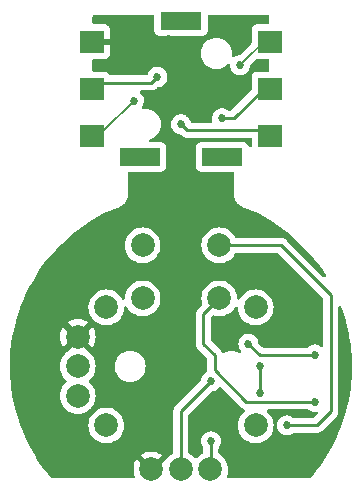
<source format=gbr>
%TF.GenerationSoftware,KiCad,Pcbnew,6.0.1-79c1e3a40b~116~ubuntu20.04.1*%
%TF.CreationDate,2022-02-08T16:17:55-05:00*%
%TF.ProjectId,gameKey-PCB-ThumbCluster,67616d65-4b65-4792-9d50-43422d546875,rev?*%
%TF.SameCoordinates,Original*%
%TF.FileFunction,Copper,L1,Top*%
%TF.FilePolarity,Positive*%
%FSLAX46Y46*%
G04 Gerber Fmt 4.6, Leading zero omitted, Abs format (unit mm)*
G04 Created by KiCad (PCBNEW 6.0.1-79c1e3a40b~116~ubuntu20.04.1) date 2022-02-08 16:17:55*
%MOMM*%
%LPD*%
G01*
G04 APERTURE LIST*
%TA.AperFunction,WasherPad*%
%ADD10R,3.500000X1.500000*%
%TD*%
%TA.AperFunction,SMDPad,CuDef*%
%ADD11R,2.000000X1.900000*%
%TD*%
%TA.AperFunction,WasherPad*%
%ADD12C,2.000000*%
%TD*%
%TA.AperFunction,ComponentPad*%
%ADD13C,2.000000*%
%TD*%
%TA.AperFunction,ViaPad*%
%ADD14C,0.685800*%
%TD*%
%TA.AperFunction,Conductor*%
%ADD15C,0.254000*%
%TD*%
%TA.AperFunction,Conductor*%
%ADD16C,0.200000*%
%TD*%
G04 APERTURE END LIST*
D10*
%TO.P,NS1,*%
%TO.N,*%
X3500000Y17750000D03*
X-3500000Y17750000D03*
X0Y29250000D03*
D11*
%TO.P,NS1,1,COM*%
%TO.N,GND*%
X-7500000Y27500000D03*
%TO.P,NS1,2,B*%
%TO.N,/NW*%
X-7500000Y23500000D03*
%TO.P,NS1,3,PUSH*%
%TO.N,/NP*%
X-7500000Y19500000D03*
%TO.P,NS1,4,A*%
%TO.N,/NN*%
X7500000Y27500000D03*
%TO.P,NS1,5,D*%
%TO.N,/NE*%
X7500000Y23500000D03*
%TO.P,NS1,6,C*%
%TO.N,/NS*%
X7500000Y19500000D03*
%TD*%
D12*
%TO.P,JS0,*%
%TO.N,*%
X6325000Y-5000000D03*
X-6325000Y-5000000D03*
X-6325000Y5000000D03*
X6325000Y5000000D03*
D13*
%TO.P,JS0,1,GND*%
%TO.N,GND*%
X-2500000Y-8730000D03*
X-8730000Y2500000D03*
%TO.P,JS0,2,VCC*%
%TO.N,VCC*%
X2500000Y-8730000D03*
X-8730000Y-2500000D03*
%TO.P,JS0,3,RY*%
%TO.N,/JX*%
X-8730000Y0D03*
%TO.P,JS0,4,RX*%
%TO.N,/JY*%
X0Y-8730000D03*
%TO.P,JS0,5,SW-A*%
%TO.N,/JB*%
X3250000Y5750000D03*
X-3250000Y5750000D03*
%TO.P,JS0,6,SW-B*%
%TO.N,/JC*%
X3250000Y10250000D03*
X-3250000Y10250000D03*
%TD*%
D14*
%TO.N,GND*%
X-9525000Y8890000D03*
X-1000000Y27750000D03*
X6350000Y12065000D03*
X9525000Y-6985000D03*
X0Y18250000D03*
X-9525000Y-6985000D03*
X8890000Y8255000D03*
%TO.N,/JB*%
X11335000Y-3000000D03*
%TO.N,VCC*%
X2540000Y-6350000D03*
X6667500Y-2222500D03*
X6667500Y0D03*
%TO.N,/JY*%
X2540000Y-1270000D03*
%TO.N,/JX*%
X11335000Y1000000D03*
X5715000Y1905000D03*
%TO.N,/JC*%
X8985000Y-5000000D03*
%TO.N,/NP*%
X-4000000Y22500000D03*
%TO.N,/NW*%
X-2000000Y24500000D03*
%TO.N,/NS*%
X0Y20500000D03*
%TO.N,/NE*%
X3500000Y21000000D03*
%TO.N,/NN*%
X5000000Y25500000D03*
%TD*%
D15*
%TO.N,GND*%
X-1000000Y19250000D02*
X0Y18250000D01*
X-1000000Y27750000D02*
X-1000000Y19250000D01*
%TO.N,/JB*%
X5540000Y-3000000D02*
X11335000Y-3000000D01*
X1905000Y4405000D02*
X1905000Y1905000D01*
X2857500Y-317500D02*
X5540000Y-3000000D01*
X2857500Y952500D02*
X2857500Y-317500D01*
X1905000Y1905000D02*
X2857500Y952500D01*
X3250000Y5750000D02*
X1905000Y4405000D01*
%TO.N,VCC*%
X6667500Y0D02*
X6667500Y-2222500D01*
X2540000Y-8690000D02*
X2500000Y-8730000D01*
X2540000Y-6350000D02*
X2540000Y-8690000D01*
%TO.N,/JY*%
X0Y-3810000D02*
X2540000Y-1270000D01*
X0Y-8730000D02*
X0Y-3810000D01*
%TO.N,/JX*%
X11287500Y952500D02*
X11335000Y1000000D01*
X6667500Y952500D02*
X11287500Y952500D01*
X5715000Y1905000D02*
X6667500Y952500D01*
%TO.N,/JC*%
X12700000Y-3810000D02*
X11510000Y-5000000D01*
X12700000Y6032500D02*
X12700000Y-3810000D01*
X3250000Y10250000D02*
X8482500Y10250000D01*
X11510000Y-5000000D02*
X8985000Y-5000000D01*
X8482500Y10250000D02*
X12700000Y6032500D01*
D16*
%TO.N,/NP*%
X-6500000Y20000000D02*
X-4000000Y22500000D01*
X-7500000Y20000000D02*
X-6500000Y20000000D01*
D15*
%TO.N,/NW*%
X-2500000Y24000000D02*
X-2000000Y24500000D01*
X-7500000Y24000000D02*
X-2500000Y24000000D01*
%TO.N,/NS*%
X7500000Y20000000D02*
X500000Y20000000D01*
X500000Y20000000D02*
X0Y20500000D01*
%TO.N,/NE*%
X7500000Y24000000D02*
X4500000Y21000000D01*
X4500000Y21000000D02*
X3500000Y21000000D01*
D16*
%TO.N,/NN*%
X7500000Y28000000D02*
X5000000Y25500000D01*
%TD*%
%TA.AperFunction,Conductor*%
%TO.N,GND*%
G36*
X13544012Y5101023D02*
G01*
X13579125Y5050969D01*
X13655671Y4851638D01*
X13657821Y4845583D01*
X13885220Y4149265D01*
X13887058Y4143109D01*
X14078665Y3436118D01*
X14080187Y3429877D01*
X14235511Y2714028D01*
X14236713Y2707716D01*
X14355348Y1984874D01*
X14356226Y1978510D01*
X14370481Y1851400D01*
X14437508Y1253715D01*
X14437859Y1250581D01*
X14438412Y1244186D01*
X14452871Y1006198D01*
X14482836Y513024D01*
X14483062Y506604D01*
X14483157Y496803D01*
X14490128Y-222607D01*
X14490159Y-225852D01*
X14490058Y-232266D01*
X14461799Y-916074D01*
X14459811Y-964168D01*
X14459383Y-970559D01*
X14428125Y-1308262D01*
X14391868Y-1699959D01*
X14391113Y-1706339D01*
X14367705Y-1868574D01*
X14296182Y-2364295D01*
X14286507Y-2431349D01*
X14285429Y-2437668D01*
X14144011Y-3156371D01*
X14142613Y-3162633D01*
X14063151Y-3480071D01*
X13964730Y-3873248D01*
X13963011Y-3879438D01*
X13749151Y-4580017D01*
X13747130Y-4586082D01*
X13497810Y-5274928D01*
X13495500Y-5280835D01*
X13237859Y-5893175D01*
X13211409Y-5956039D01*
X13208772Y-5961886D01*
X12935829Y-6527991D01*
X12890640Y-6621716D01*
X12887705Y-6627426D01*
X12542093Y-7259684D01*
X12536359Y-7270173D01*
X12533149Y-7275706D01*
X12149474Y-7899747D01*
X12145983Y-7905113D01*
X11731033Y-8508734D01*
X11727260Y-8513934D01*
X11282069Y-9095637D01*
X11278036Y-9100637D01*
X10983295Y-9447577D01*
X10923947Y-9486543D01*
X10887269Y-9491999D01*
X4005731Y-9491999D01*
X3937610Y-9471997D01*
X3891117Y-9418341D01*
X3881013Y-9348067D01*
X3889322Y-9317781D01*
X3937211Y-9202167D01*
X3937212Y-9202165D01*
X3939105Y-9197594D01*
X3962382Y-9100637D01*
X3993380Y-8971524D01*
X3993381Y-8971518D01*
X3994535Y-8966711D01*
X4013165Y-8730000D01*
X3994535Y-8493289D01*
X3939105Y-8262406D01*
X3937211Y-8257833D01*
X3850135Y-8047611D01*
X3850133Y-8047607D01*
X3848240Y-8043037D01*
X3763720Y-7905113D01*
X3726759Y-7844798D01*
X3726755Y-7844792D01*
X3724176Y-7840584D01*
X3569969Y-7660031D01*
X3389416Y-7505824D01*
X3235665Y-7411605D01*
X3188034Y-7358957D01*
X3175500Y-7304172D01*
X3175500Y-6964969D01*
X3195502Y-6896848D01*
X3207858Y-6880665D01*
X3232591Y-6853197D01*
X3322077Y-6698203D01*
X3377382Y-6527991D01*
X3380899Y-6494535D01*
X3395400Y-6356565D01*
X3396090Y-6350000D01*
X3377382Y-6172009D01*
X3322077Y-6001797D01*
X3232591Y-5846803D01*
X3173954Y-5781679D01*
X3117258Y-5718712D01*
X3117257Y-5718711D01*
X3112836Y-5713801D01*
X3069602Y-5682389D01*
X2973387Y-5612485D01*
X2973386Y-5612484D01*
X2968045Y-5608604D01*
X2962017Y-5605920D01*
X2962015Y-5605919D01*
X2810577Y-5538495D01*
X2810576Y-5538495D01*
X2804546Y-5535810D01*
X2717016Y-5517205D01*
X2635943Y-5499972D01*
X2635939Y-5499972D01*
X2629486Y-5498600D01*
X2450514Y-5498600D01*
X2444061Y-5499972D01*
X2444057Y-5499972D01*
X2362984Y-5517205D01*
X2275454Y-5535810D01*
X2269424Y-5538495D01*
X2269423Y-5538495D01*
X2117985Y-5605919D01*
X2117983Y-5605920D01*
X2111955Y-5608604D01*
X2106614Y-5612484D01*
X2106613Y-5612485D01*
X2010399Y-5682389D01*
X1967164Y-5713801D01*
X1962743Y-5718711D01*
X1962742Y-5718712D01*
X1906047Y-5781679D01*
X1847409Y-5846803D01*
X1757923Y-6001797D01*
X1702618Y-6172009D01*
X1683910Y-6350000D01*
X1684600Y-6356565D01*
X1699102Y-6494535D01*
X1702618Y-6527991D01*
X1757923Y-6698203D01*
X1847409Y-6853197D01*
X1872137Y-6880660D01*
X1902853Y-6944666D01*
X1904500Y-6964969D01*
X1904500Y-7259684D01*
X1884498Y-7327805D01*
X1826719Y-7376092D01*
X1817618Y-7379862D01*
X1817613Y-7379865D01*
X1813037Y-7381760D01*
X1808817Y-7384346D01*
X1614798Y-7503241D01*
X1614797Y-7503242D01*
X1610584Y-7505824D01*
X1430031Y-7660031D01*
X1426823Y-7663787D01*
X1426818Y-7663792D01*
X1345811Y-7758639D01*
X1286361Y-7797449D01*
X1215366Y-7797955D01*
X1154189Y-7758639D01*
X1073182Y-7663792D01*
X1073177Y-7663787D01*
X1069969Y-7660031D01*
X889416Y-7505824D01*
X695664Y-7387092D01*
X648034Y-7334445D01*
X635500Y-7279660D01*
X635500Y-4125422D01*
X655502Y-4057301D01*
X672405Y-4036327D01*
X2551606Y-2157126D01*
X2613918Y-2123100D01*
X2624494Y-2121400D01*
X2629486Y-2121400D01*
X2804546Y-2084190D01*
X2848517Y-2064613D01*
X2962015Y-2014081D01*
X2962017Y-2014080D01*
X2968045Y-2011396D01*
X3112836Y-1906199D01*
X3229920Y-1776164D01*
X3290362Y-1738926D01*
X3361346Y-1740277D01*
X3412648Y-1771381D01*
X5034750Y-3393483D01*
X5042326Y-3401809D01*
X5046447Y-3408303D01*
X5052222Y-3413726D01*
X5096265Y-3455085D01*
X5099107Y-3457840D01*
X5118906Y-3477639D01*
X5122031Y-3480063D01*
X5122040Y-3480071D01*
X5122126Y-3480137D01*
X5131151Y-3487845D01*
X5163494Y-3518217D01*
X5170438Y-3522035D01*
X5170440Y-3522036D01*
X5181329Y-3528022D01*
X5197847Y-3538873D01*
X5213933Y-3551350D01*
X5254666Y-3568976D01*
X5265314Y-3574193D01*
X5275446Y-3579763D01*
X5304197Y-3595569D01*
X5311872Y-3597540D01*
X5311878Y-3597542D01*
X5323911Y-3600631D01*
X5342606Y-3607031D01*
X5350074Y-3610263D01*
X5404645Y-3655672D01*
X5426004Y-3723380D01*
X5407367Y-3791886D01*
X5381860Y-3821708D01*
X5310852Y-3882355D01*
X5255031Y-3930031D01*
X5100824Y-4110584D01*
X5098245Y-4114792D01*
X5098241Y-4114798D01*
X5011762Y-4255919D01*
X4976760Y-4313037D01*
X4974867Y-4317607D01*
X4974865Y-4317611D01*
X4887789Y-4527833D01*
X4885895Y-4532406D01*
X4830465Y-4763289D01*
X4811835Y-5000000D01*
X4830465Y-5236711D01*
X4831619Y-5241518D01*
X4831620Y-5241524D01*
X4841063Y-5280856D01*
X4885895Y-5467594D01*
X4887788Y-5472165D01*
X4887789Y-5472167D01*
X4954924Y-5634245D01*
X4976760Y-5686963D01*
X4979346Y-5691183D01*
X5098241Y-5885202D01*
X5098245Y-5885208D01*
X5100824Y-5889416D01*
X5255031Y-6069969D01*
X5435584Y-6224176D01*
X5439792Y-6226755D01*
X5439798Y-6226759D01*
X5630196Y-6343435D01*
X5638037Y-6348240D01*
X5642607Y-6350133D01*
X5642611Y-6350135D01*
X5658135Y-6356565D01*
X5857406Y-6439105D01*
X5937609Y-6458360D01*
X6083476Y-6493380D01*
X6083482Y-6493381D01*
X6088289Y-6494535D01*
X6325000Y-6513165D01*
X6561711Y-6494535D01*
X6566518Y-6493381D01*
X6566524Y-6493380D01*
X6712391Y-6458360D01*
X6792594Y-6439105D01*
X6991865Y-6356565D01*
X7007389Y-6350135D01*
X7007393Y-6350133D01*
X7011963Y-6348240D01*
X7019804Y-6343435D01*
X7210202Y-6226759D01*
X7210208Y-6226755D01*
X7214416Y-6224176D01*
X7394969Y-6069969D01*
X7549176Y-5889416D01*
X7551755Y-5885208D01*
X7551759Y-5885202D01*
X7670654Y-5691183D01*
X7673240Y-5686963D01*
X7695077Y-5634245D01*
X7762211Y-5472167D01*
X7762212Y-5472165D01*
X7764105Y-5467594D01*
X7808937Y-5280856D01*
X7818380Y-5241524D01*
X7818381Y-5241518D01*
X7819535Y-5236711D01*
X7838165Y-5000000D01*
X7819535Y-4763289D01*
X7764105Y-4532406D01*
X7762211Y-4527833D01*
X7675135Y-4317611D01*
X7675133Y-4317607D01*
X7673240Y-4313037D01*
X7638238Y-4255919D01*
X7551759Y-4114798D01*
X7551755Y-4114792D01*
X7549176Y-4110584D01*
X7394969Y-3930031D01*
X7309825Y-3857311D01*
X7271016Y-3797860D01*
X7270510Y-3726866D01*
X7308466Y-3666867D01*
X7372834Y-3636914D01*
X7391656Y-3635500D01*
X10720262Y-3635500D01*
X10788383Y-3655502D01*
X10794323Y-3659564D01*
X10890882Y-3729718D01*
X10906955Y-3741396D01*
X10912983Y-3744080D01*
X10912985Y-3744081D01*
X11007012Y-3785944D01*
X11070454Y-3814190D01*
X11145404Y-3830121D01*
X11239057Y-3850028D01*
X11239061Y-3850028D01*
X11245514Y-3851400D01*
X11424486Y-3851400D01*
X11430943Y-3850028D01*
X11430948Y-3850027D01*
X11434326Y-3849309D01*
X11436327Y-3849462D01*
X11437514Y-3849337D01*
X11437537Y-3849554D01*
X11505116Y-3854712D01*
X11561748Y-3897529D01*
X11586241Y-3964167D01*
X11570819Y-4033468D01*
X11549616Y-4061651D01*
X11283672Y-4327595D01*
X11221360Y-4361621D01*
X11194577Y-4364500D01*
X9599738Y-4364500D01*
X9531617Y-4344498D01*
X9525677Y-4340436D01*
X9418387Y-4262485D01*
X9418386Y-4262484D01*
X9413045Y-4258604D01*
X9407017Y-4255920D01*
X9407015Y-4255919D01*
X9255577Y-4188495D01*
X9255576Y-4188495D01*
X9249546Y-4185810D01*
X9162016Y-4167205D01*
X9080943Y-4149972D01*
X9080939Y-4149972D01*
X9074486Y-4148600D01*
X8895514Y-4148600D01*
X8889061Y-4149972D01*
X8889057Y-4149972D01*
X8807984Y-4167205D01*
X8720454Y-4185810D01*
X8714424Y-4188495D01*
X8714423Y-4188495D01*
X8562985Y-4255919D01*
X8562983Y-4255920D01*
X8556955Y-4258604D01*
X8551614Y-4262484D01*
X8551613Y-4262485D01*
X8478989Y-4315250D01*
X8412164Y-4363801D01*
X8292409Y-4496803D01*
X8202923Y-4651797D01*
X8147618Y-4822009D01*
X8128910Y-5000000D01*
X8147618Y-5177991D01*
X8202923Y-5348203D01*
X8292409Y-5503197D01*
X8296827Y-5508104D01*
X8296828Y-5508105D01*
X8406990Y-5630453D01*
X8412164Y-5636199D01*
X8417506Y-5640080D01*
X8417508Y-5640082D01*
X8525733Y-5718712D01*
X8556955Y-5741396D01*
X8562983Y-5744080D01*
X8562985Y-5744081D01*
X8714423Y-5811505D01*
X8720454Y-5814190D01*
X8807984Y-5832795D01*
X8889057Y-5850028D01*
X8889061Y-5850028D01*
X8895514Y-5851400D01*
X9074486Y-5851400D01*
X9080939Y-5850028D01*
X9080943Y-5850028D01*
X9162016Y-5832795D01*
X9249546Y-5814190D01*
X9255577Y-5811505D01*
X9407015Y-5744081D01*
X9407017Y-5744080D01*
X9413045Y-5741396D01*
X9487966Y-5686963D01*
X9525677Y-5659564D01*
X9592545Y-5635705D01*
X9599738Y-5635500D01*
X11430980Y-5635500D01*
X11442214Y-5636030D01*
X11449719Y-5637708D01*
X11518012Y-5635562D01*
X11521969Y-5635500D01*
X11549983Y-5635500D01*
X11553908Y-5635004D01*
X11553909Y-5635004D01*
X11554004Y-5634992D01*
X11565849Y-5634059D01*
X11595670Y-5633122D01*
X11602282Y-5632914D01*
X11602283Y-5632914D01*
X11610205Y-5632665D01*
X11629749Y-5626987D01*
X11649112Y-5622977D01*
X11661440Y-5621420D01*
X11661442Y-5621420D01*
X11669299Y-5620427D01*
X11676663Y-5617511D01*
X11676668Y-5617510D01*
X11710556Y-5604093D01*
X11721785Y-5600248D01*
X11738465Y-5595402D01*
X11764393Y-5587869D01*
X11771220Y-5583831D01*
X11771223Y-5583830D01*
X11781906Y-5577512D01*
X11799664Y-5568812D01*
X11811215Y-5564239D01*
X11811221Y-5564235D01*
X11818588Y-5561319D01*
X11854491Y-5535234D01*
X11864410Y-5528719D01*
X11895768Y-5510174D01*
X11895772Y-5510171D01*
X11902598Y-5506134D01*
X11916982Y-5491750D01*
X11932016Y-5478909D01*
X11942073Y-5471602D01*
X11948487Y-5466942D01*
X11976778Y-5432744D01*
X11984767Y-5423965D01*
X13093483Y-4315250D01*
X13101809Y-4307674D01*
X13108303Y-4303553D01*
X13155086Y-4253734D01*
X13157840Y-4250893D01*
X13177639Y-4231094D01*
X13180068Y-4227963D01*
X13180072Y-4227958D01*
X13180139Y-4227872D01*
X13187847Y-4218847D01*
X13212791Y-4192285D01*
X13212794Y-4192281D01*
X13218217Y-4186506D01*
X13222036Y-4179560D01*
X13222039Y-4179555D01*
X13228022Y-4168672D01*
X13238878Y-4152144D01*
X13246492Y-4142329D01*
X13246494Y-4142326D01*
X13251349Y-4136067D01*
X13254495Y-4128797D01*
X13254498Y-4128792D01*
X13268969Y-4095350D01*
X13274192Y-4084689D01*
X13291749Y-4052753D01*
X13291751Y-4052748D01*
X13295569Y-4045803D01*
X13297539Y-4038129D01*
X13297542Y-4038122D01*
X13300632Y-4026087D01*
X13307036Y-4007382D01*
X13311967Y-3995987D01*
X13315117Y-3988708D01*
X13322060Y-3944873D01*
X13324467Y-3933251D01*
X13325294Y-3930031D01*
X13335500Y-3890282D01*
X13335500Y-3869935D01*
X13337051Y-3850224D01*
X13338995Y-3837950D01*
X13340235Y-3830121D01*
X13336059Y-3785944D01*
X13335500Y-3774086D01*
X13335500Y5005799D01*
X13355502Y5073920D01*
X13409158Y5120413D01*
X13479432Y5130517D01*
X13544012Y5101023D01*
G37*
%TD.AperFunction*%
%TA.AperFunction,Conductor*%
G36*
X-2316379Y29721999D02*
G01*
X-2269886Y29668343D01*
X-2258500Y29616001D01*
X-2258500Y28451866D01*
X-2251745Y28389684D01*
X-2200615Y28253295D01*
X-2113261Y28136739D01*
X-1996705Y28049385D01*
X-1860316Y27998255D01*
X-1798134Y27991500D01*
X1798134Y27991500D01*
X1860316Y27998255D01*
X1996705Y28049385D01*
X2113261Y28136739D01*
X2200615Y28253295D01*
X2251745Y28389684D01*
X2258500Y28451866D01*
X2258500Y29616001D01*
X2278502Y29684122D01*
X2332158Y29730615D01*
X2384500Y29742001D01*
X7366001Y29742001D01*
X7434122Y29721999D01*
X7480615Y29668343D01*
X7492001Y29616001D01*
X7492001Y29084500D01*
X7471999Y29016379D01*
X7418343Y28969886D01*
X7366001Y28958500D01*
X6451866Y28958500D01*
X6389684Y28951745D01*
X6253295Y28900615D01*
X6136739Y28813261D01*
X6049385Y28696705D01*
X5998255Y28560316D01*
X5991500Y28498134D01*
X5991500Y27404238D01*
X5971498Y27336117D01*
X5954599Y27315147D01*
X5027754Y26388303D01*
X4965444Y26354279D01*
X4938661Y26351400D01*
X4910514Y26351400D01*
X4904061Y26350028D01*
X4904057Y26350028D01*
X4822984Y26332795D01*
X4735454Y26314190D01*
X4729424Y26311505D01*
X4729423Y26311505D01*
X4577985Y26244081D01*
X4577983Y26244080D01*
X4571955Y26241396D01*
X4495472Y26185828D01*
X4428606Y26161970D01*
X4359454Y26178050D01*
X4309974Y26228963D01*
X4295891Y26298745D01*
X4313019Y26494524D01*
X4313019Y26494525D01*
X4313498Y26500000D01*
X4293543Y26728087D01*
X4234284Y26949243D01*
X4231961Y26954225D01*
X4139849Y27151762D01*
X4139846Y27151767D01*
X4137523Y27156749D01*
X4006198Y27344300D01*
X3844300Y27506198D01*
X3839792Y27509355D01*
X3839789Y27509357D01*
X3670349Y27628000D01*
X3656749Y27637523D01*
X3651767Y27639846D01*
X3651762Y27639849D01*
X3454225Y27731961D01*
X3454224Y27731961D01*
X3449243Y27734284D01*
X3443935Y27735706D01*
X3443933Y27735707D01*
X3233402Y27792119D01*
X3233400Y27792119D01*
X3228087Y27793543D01*
X3128520Y27802254D01*
X3059851Y27808262D01*
X3059844Y27808262D01*
X3057127Y27808500D01*
X2942873Y27808500D01*
X2940156Y27808262D01*
X2940149Y27808262D01*
X2871480Y27802254D01*
X2771913Y27793543D01*
X2766600Y27792119D01*
X2766598Y27792119D01*
X2556067Y27735707D01*
X2556065Y27735706D01*
X2550757Y27734284D01*
X2545776Y27731961D01*
X2545775Y27731961D01*
X2348238Y27639849D01*
X2348233Y27639846D01*
X2343251Y27637523D01*
X2329651Y27628000D01*
X2160211Y27509357D01*
X2160208Y27509355D01*
X2155700Y27506198D01*
X1993802Y27344300D01*
X1862477Y27156749D01*
X1860154Y27151767D01*
X1860151Y27151762D01*
X1768039Y26954225D01*
X1765716Y26949243D01*
X1706457Y26728087D01*
X1686502Y26500000D01*
X1706457Y26271913D01*
X1707881Y26266600D01*
X1707881Y26266598D01*
X1730626Y26181715D01*
X1765716Y26050757D01*
X1768039Y26045776D01*
X1768039Y26045775D01*
X1860151Y25848238D01*
X1860154Y25848233D01*
X1862477Y25843251D01*
X1865634Y25838743D01*
X1978194Y25677991D01*
X1993802Y25655700D01*
X2155700Y25493802D01*
X2160208Y25490645D01*
X2160211Y25490643D01*
X2217337Y25450643D01*
X2343251Y25362477D01*
X2348233Y25360154D01*
X2348238Y25360151D01*
X2545775Y25268039D01*
X2550757Y25265716D01*
X2556065Y25264294D01*
X2556067Y25264293D01*
X2766598Y25207881D01*
X2766600Y25207881D01*
X2771913Y25206457D01*
X2871480Y25197746D01*
X2940149Y25191738D01*
X2940156Y25191738D01*
X2942873Y25191500D01*
X3057127Y25191500D01*
X3059844Y25191738D01*
X3059851Y25191738D01*
X3128520Y25197746D01*
X3228087Y25206457D01*
X3233400Y25207881D01*
X3233402Y25207881D01*
X3443933Y25264293D01*
X3443935Y25264294D01*
X3449243Y25265716D01*
X3454225Y25268039D01*
X3651762Y25360151D01*
X3651767Y25360154D01*
X3656749Y25362477D01*
X3782663Y25450643D01*
X3839789Y25490643D01*
X3839792Y25490645D01*
X3844300Y25493802D01*
X3929505Y25579007D01*
X3991817Y25613033D01*
X4062632Y25607968D01*
X4119468Y25565421D01*
X4143871Y25499996D01*
X4143910Y25500000D01*
X4144409Y25495255D01*
X4144409Y25495248D01*
X4158609Y25360151D01*
X4162618Y25322009D01*
X4164658Y25315731D01*
X4164658Y25315730D01*
X4166031Y25311505D01*
X4217923Y25151797D01*
X4221226Y25146075D01*
X4221227Y25146074D01*
X4229764Y25131288D01*
X4307409Y24996803D01*
X4311827Y24991896D01*
X4311828Y24991895D01*
X4394017Y24900615D01*
X4427164Y24863801D01*
X4432506Y24859920D01*
X4432508Y24859918D01*
X4566613Y24762485D01*
X4571955Y24758604D01*
X4577983Y24755920D01*
X4577985Y24755919D01*
X4710983Y24696705D01*
X4735454Y24685810D01*
X4822984Y24667205D01*
X4904057Y24649972D01*
X4904061Y24649972D01*
X4910514Y24648600D01*
X5089486Y24648600D01*
X5095939Y24649972D01*
X5095943Y24649972D01*
X5177016Y24667205D01*
X5264546Y24685810D01*
X5289017Y24696705D01*
X5422015Y24755919D01*
X5422017Y24755920D01*
X5428045Y24758604D01*
X5433387Y24762485D01*
X5567492Y24859918D01*
X5567494Y24859920D01*
X5572836Y24863801D01*
X5605983Y24900615D01*
X5688172Y24991895D01*
X5688173Y24991896D01*
X5692591Y24996803D01*
X5770236Y25131288D01*
X5778773Y25146074D01*
X5778774Y25146075D01*
X5782077Y25151797D01*
X5833969Y25311505D01*
X5835342Y25315730D01*
X5835342Y25315731D01*
X5837382Y25322009D01*
X5850902Y25450643D01*
X5877915Y25516299D01*
X5887116Y25526567D01*
X6365143Y26004595D01*
X6427456Y26038620D01*
X6454239Y26041500D01*
X7366001Y26041500D01*
X7434122Y26021498D01*
X7480615Y25967842D01*
X7492001Y25915500D01*
X7492001Y25084500D01*
X7471999Y25016379D01*
X7418343Y24969886D01*
X7366001Y24958500D01*
X6451866Y24958500D01*
X6389684Y24951745D01*
X6253295Y24900615D01*
X6136739Y24813261D01*
X6049385Y24696705D01*
X5998255Y24560316D01*
X5991500Y24498134D01*
X5991500Y23442423D01*
X5971498Y23374302D01*
X5954595Y23353328D01*
X4273672Y21672405D01*
X4211360Y21638379D01*
X4184577Y21635500D01*
X4114738Y21635500D01*
X4046617Y21655502D01*
X4040677Y21659564D01*
X3933387Y21737515D01*
X3933386Y21737516D01*
X3928045Y21741396D01*
X3922017Y21744080D01*
X3922015Y21744081D01*
X3770577Y21811505D01*
X3770576Y21811505D01*
X3764546Y21814190D01*
X3677016Y21832795D01*
X3595943Y21850028D01*
X3595939Y21850028D01*
X3589486Y21851400D01*
X3410514Y21851400D01*
X3404061Y21850028D01*
X3404057Y21850028D01*
X3322984Y21832795D01*
X3235454Y21814190D01*
X3229424Y21811505D01*
X3229423Y21811505D01*
X3077985Y21744081D01*
X3077983Y21744080D01*
X3071955Y21741396D01*
X3066614Y21737516D01*
X3066613Y21737515D01*
X2995448Y21685810D01*
X2927164Y21636199D01*
X2807409Y21503197D01*
X2717923Y21348203D01*
X2715881Y21341918D01*
X2675662Y21218135D01*
X2662618Y21177991D01*
X2661928Y21171428D01*
X2661928Y21171427D01*
X2658225Y21136199D01*
X2643910Y21000000D01*
X2662618Y20822009D01*
X2667793Y20806081D01*
X2669628Y20800434D01*
X2671654Y20729466D01*
X2634990Y20668669D01*
X2571277Y20637345D01*
X2549794Y20635500D01*
X942732Y20635500D01*
X874611Y20655502D01*
X828118Y20709158D01*
X822899Y20722564D01*
X820657Y20729466D01*
X782077Y20848203D01*
X754927Y20895229D01*
X711823Y20969886D01*
X692591Y21003197D01*
X572836Y21136199D01*
X551416Y21151762D01*
X433387Y21237515D01*
X433386Y21237516D01*
X428045Y21241396D01*
X422017Y21244080D01*
X422015Y21244081D01*
X270577Y21311505D01*
X270576Y21311505D01*
X264546Y21314190D01*
X177016Y21332795D01*
X95943Y21350028D01*
X95939Y21350028D01*
X89486Y21351400D01*
X-89486Y21351400D01*
X-95939Y21350028D01*
X-95943Y21350028D01*
X-177016Y21332795D01*
X-264546Y21314190D01*
X-270576Y21311505D01*
X-270577Y21311505D01*
X-422015Y21244081D01*
X-422017Y21244080D01*
X-428045Y21241396D01*
X-433386Y21237516D01*
X-433387Y21237515D01*
X-551415Y21151762D01*
X-572836Y21136199D01*
X-692591Y21003197D01*
X-711823Y20969886D01*
X-754926Y20895229D01*
X-782077Y20848203D01*
X-784119Y20841919D01*
X-784119Y20841918D01*
X-831301Y20696705D01*
X-837382Y20677991D01*
X-838072Y20671428D01*
X-838072Y20671427D01*
X-841654Y20637345D01*
X-856090Y20500000D01*
X-837382Y20322009D01*
X-835342Y20315731D01*
X-835342Y20315730D01*
X-821105Y20271913D01*
X-782077Y20151797D01*
X-692591Y19996803D01*
X-572836Y19863801D01*
X-567494Y19859920D01*
X-567492Y19859918D01*
X-538347Y19838743D01*
X-428045Y19758604D01*
X-422017Y19755920D01*
X-422015Y19755919D01*
X-270577Y19688495D01*
X-264546Y19685810D01*
X-89486Y19648600D01*
X-86347Y19648600D01*
X-21878Y19622079D01*
X-11607Y19612874D01*
X-5245Y19606512D01*
X2324Y19598195D01*
X6447Y19591697D01*
X56266Y19544914D01*
X59108Y19542159D01*
X78906Y19522361D01*
X82031Y19519937D01*
X82040Y19519929D01*
X82126Y19519863D01*
X91151Y19512155D01*
X123494Y19481783D01*
X130438Y19477965D01*
X130440Y19477964D01*
X141329Y19471978D01*
X157847Y19461127D01*
X173933Y19448650D01*
X214666Y19431024D01*
X225314Y19425807D01*
X264197Y19404431D01*
X271872Y19402460D01*
X271878Y19402458D01*
X283911Y19399369D01*
X302613Y19392966D01*
X321292Y19384883D01*
X355128Y19379524D01*
X365127Y19377940D01*
X376740Y19375535D01*
X419718Y19364500D01*
X440065Y19364500D01*
X459777Y19362949D01*
X479879Y19359765D01*
X487771Y19360511D01*
X524056Y19363941D01*
X535914Y19364500D01*
X5865500Y19364500D01*
X5933621Y19344498D01*
X5980114Y19290842D01*
X5991500Y19238500D01*
X5991500Y18665821D01*
X5971498Y18597700D01*
X5917842Y18551207D01*
X5847568Y18541103D01*
X5782988Y18570597D01*
X5747518Y18621592D01*
X5703768Y18738295D01*
X5703767Y18738297D01*
X5700615Y18746705D01*
X5613261Y18863261D01*
X5496705Y18950615D01*
X5360316Y19001745D01*
X5298134Y19008500D01*
X1701866Y19008500D01*
X1639684Y19001745D01*
X1503295Y18950615D01*
X1386739Y18863261D01*
X1299385Y18746705D01*
X1248255Y18610316D01*
X1241500Y18548134D01*
X1241500Y16951866D01*
X1248255Y16889684D01*
X1299385Y16753295D01*
X1386739Y16636739D01*
X1503295Y16549385D01*
X1639684Y16498255D01*
X1701866Y16491500D01*
X4371774Y16491500D01*
X4439895Y16471498D01*
X4486388Y16417842D01*
X4497295Y16354519D01*
X4492196Y16296234D01*
X4490929Y16286310D01*
X4486930Y16262541D01*
X4486777Y16250002D01*
X4488566Y16237510D01*
X4490728Y16222414D01*
X4492001Y16204551D01*
X4492001Y14544584D01*
X4490255Y14523680D01*
X4486930Y14503916D01*
X4486777Y14491377D01*
X4487466Y14486568D01*
X4487466Y14486565D01*
X4489750Y14470621D01*
X4490554Y14463616D01*
X4503183Y14317619D01*
X4504576Y14312360D01*
X4504576Y14312358D01*
X4546436Y14154282D01*
X4546437Y14154278D01*
X4547829Y14149023D01*
X4550105Y14144080D01*
X4550105Y14144079D01*
X4568908Y14103236D01*
X4620764Y13990598D01*
X4719821Y13847051D01*
X4723624Y13843181D01*
X4723626Y13843178D01*
X4838245Y13726525D01*
X4838249Y13726522D01*
X4842056Y13722647D01*
X4983839Y13621082D01*
X5070237Y13579450D01*
X5099541Y13565329D01*
X5108474Y13560574D01*
X5128800Y13548680D01*
X5134386Y13546481D01*
X5134622Y13546347D01*
X5134887Y13546284D01*
X5140469Y13544087D01*
X5145215Y13543023D01*
X5145216Y13543023D01*
X5160654Y13539563D01*
X5180795Y13533237D01*
X5187880Y13530339D01*
X5823284Y13270460D01*
X5829167Y13267877D01*
X6492151Y12956378D01*
X6497894Y12953498D01*
X7144109Y12608625D01*
X7149698Y12605457D01*
X7777518Y12228080D01*
X7782938Y12224631D01*
X8390693Y11815752D01*
X8395931Y11812031D01*
X8982074Y11372690D01*
X8987114Y11368707D01*
X9550076Y10900082D01*
X9554908Y10895847D01*
X10093273Y10399115D01*
X10097882Y10394639D01*
X10610206Y9871132D01*
X10614581Y9866428D01*
X11099571Y9317471D01*
X11103701Y9312549D01*
X11560074Y8739590D01*
X11563947Y8734464D01*
X11990528Y8138978D01*
X11994135Y8133662D01*
X12252701Y7730819D01*
X12272664Y7662687D01*
X12252623Y7594578D01*
X12198941Y7548115D01*
X12128661Y7538052D01*
X12064097Y7567582D01*
X12057569Y7573664D01*
X8987750Y10643483D01*
X8980174Y10651809D01*
X8976053Y10658303D01*
X8926234Y10705086D01*
X8923393Y10707840D01*
X8903594Y10727639D01*
X8900469Y10730063D01*
X8900460Y10730071D01*
X8900374Y10730137D01*
X8891349Y10737845D01*
X8864785Y10762790D01*
X8859006Y10768217D01*
X8841169Y10778023D01*
X8824653Y10788873D01*
X8808567Y10801350D01*
X8767834Y10818976D01*
X8757186Y10824193D01*
X8745558Y10830585D01*
X8718303Y10845569D01*
X8710628Y10847540D01*
X8710622Y10847542D01*
X8698589Y10850631D01*
X8679887Y10857034D01*
X8661208Y10865117D01*
X8627372Y10870476D01*
X8617373Y10872060D01*
X8605760Y10874465D01*
X8562782Y10885500D01*
X8542435Y10885500D01*
X8522724Y10887051D01*
X8510450Y10888995D01*
X8502621Y10890235D01*
X8494729Y10889489D01*
X8458444Y10886059D01*
X8446586Y10885500D01*
X4700340Y10885500D01*
X4632219Y10905502D01*
X4592907Y10945665D01*
X4476758Y11135202D01*
X4474176Y11139416D01*
X4319969Y11319969D01*
X4139416Y11474176D01*
X4135208Y11476755D01*
X4135202Y11476759D01*
X3941183Y11595654D01*
X3936963Y11598240D01*
X3932393Y11600133D01*
X3932389Y11600135D01*
X3722167Y11687211D01*
X3722165Y11687212D01*
X3717594Y11689105D01*
X3637391Y11708360D01*
X3491524Y11743380D01*
X3491518Y11743381D01*
X3486711Y11744535D01*
X3250000Y11763165D01*
X3013289Y11744535D01*
X3008482Y11743381D01*
X3008476Y11743380D01*
X2862609Y11708360D01*
X2782406Y11689105D01*
X2777835Y11687212D01*
X2777833Y11687211D01*
X2567611Y11600135D01*
X2567607Y11600133D01*
X2563037Y11598240D01*
X2558817Y11595654D01*
X2364798Y11476759D01*
X2364792Y11476755D01*
X2360584Y11474176D01*
X2180031Y11319969D01*
X2025824Y11139416D01*
X2023245Y11135208D01*
X2023241Y11135202D01*
X1907093Y10945665D01*
X1901760Y10936963D01*
X1899867Y10932393D01*
X1899865Y10932389D01*
X1819283Y10737845D01*
X1810895Y10717594D01*
X1755465Y10486711D01*
X1736835Y10250000D01*
X1755465Y10013289D01*
X1810895Y9782406D01*
X1812788Y9777835D01*
X1812789Y9777833D01*
X1888729Y9594498D01*
X1901760Y9563037D01*
X1904346Y9558817D01*
X2023241Y9364798D01*
X2023245Y9364792D01*
X2025824Y9360584D01*
X2180031Y9180031D01*
X2360584Y9025824D01*
X2364792Y9023245D01*
X2364798Y9023241D01*
X2549847Y8909843D01*
X2563037Y8901760D01*
X2567607Y8899867D01*
X2567611Y8899865D01*
X2777833Y8812789D01*
X2782406Y8810895D01*
X2862609Y8791640D01*
X3008476Y8756620D01*
X3008482Y8756619D01*
X3013289Y8755465D01*
X3250000Y8736835D01*
X3486711Y8755465D01*
X3491518Y8756619D01*
X3491524Y8756620D01*
X3637391Y8791640D01*
X3717594Y8810895D01*
X3722167Y8812789D01*
X3932389Y8899865D01*
X3932393Y8899867D01*
X3936963Y8901760D01*
X3950153Y8909843D01*
X4135202Y9023241D01*
X4135208Y9023245D01*
X4139416Y9025824D01*
X4319969Y9180031D01*
X4474176Y9360584D01*
X4592908Y9554336D01*
X4645555Y9601966D01*
X4700340Y9614500D01*
X8167078Y9614500D01*
X8235199Y9594498D01*
X8256173Y9577595D01*
X12027595Y5806172D01*
X12061621Y5743860D01*
X12064500Y5717077D01*
X12064500Y1769665D01*
X12044498Y1701544D01*
X11990842Y1655051D01*
X11920568Y1644947D01*
X11864439Y1667729D01*
X11768387Y1737515D01*
X11768386Y1737516D01*
X11763045Y1741396D01*
X11757017Y1744080D01*
X11757015Y1744081D01*
X11605577Y1811505D01*
X11605576Y1811505D01*
X11599546Y1814190D01*
X11512016Y1832795D01*
X11430943Y1850028D01*
X11430939Y1850028D01*
X11424486Y1851400D01*
X11245514Y1851400D01*
X11239061Y1850028D01*
X11239057Y1850028D01*
X11157984Y1832795D01*
X11070454Y1814190D01*
X11064424Y1811505D01*
X11064423Y1811505D01*
X10912985Y1744081D01*
X10912983Y1744080D01*
X10906955Y1741396D01*
X10901614Y1737516D01*
X10901613Y1737515D01*
X10769536Y1641555D01*
X10762164Y1636199D01*
X10757743Y1631289D01*
X10757742Y1631288D01*
X10756300Y1629687D01*
X10755234Y1629030D01*
X10752837Y1626872D01*
X10752442Y1627310D01*
X10695853Y1592449D01*
X10662666Y1588000D01*
X6982923Y1588000D01*
X6914802Y1608002D01*
X6893828Y1624905D01*
X6597633Y1921100D01*
X6563607Y1983412D01*
X6561418Y1997024D01*
X6553072Y2076427D01*
X6553072Y2076428D01*
X6552382Y2082991D01*
X6536677Y2131328D01*
X6499119Y2246918D01*
X6497077Y2253203D01*
X6407591Y2408197D01*
X6333558Y2490420D01*
X6292258Y2536288D01*
X6292257Y2536289D01*
X6287836Y2541199D01*
X6143045Y2646396D01*
X6137017Y2649080D01*
X6137015Y2649081D01*
X5985577Y2716505D01*
X5985576Y2716505D01*
X5979546Y2719190D01*
X5892016Y2737795D01*
X5810943Y2755028D01*
X5810939Y2755028D01*
X5804486Y2756400D01*
X5625514Y2756400D01*
X5619061Y2755028D01*
X5619057Y2755028D01*
X5537984Y2737795D01*
X5450454Y2719190D01*
X5444424Y2716505D01*
X5444423Y2716505D01*
X5292985Y2649081D01*
X5292983Y2649080D01*
X5286955Y2646396D01*
X5142164Y2541199D01*
X5137743Y2536289D01*
X5137742Y2536288D01*
X5096443Y2490420D01*
X5022409Y2408197D01*
X4932923Y2253203D01*
X4930881Y2246918D01*
X4893324Y2131328D01*
X4877618Y2082991D01*
X4876928Y2076428D01*
X4876928Y2076427D01*
X4867152Y1983412D01*
X4858910Y1905000D01*
X4859600Y1898435D01*
X4873532Y1765888D01*
X4877618Y1727009D01*
X4932923Y1556797D01*
X4936226Y1551075D01*
X4936227Y1551074D01*
X4961794Y1506791D01*
X5022409Y1401803D01*
X5065711Y1353711D01*
X5096427Y1289705D01*
X5087662Y1219252D01*
X5042199Y1164721D01*
X4974471Y1143426D01*
X4918823Y1155208D01*
X4754225Y1231961D01*
X4754224Y1231961D01*
X4749243Y1234284D01*
X4743935Y1235706D01*
X4743933Y1235707D01*
X4533402Y1292119D01*
X4533400Y1292119D01*
X4528087Y1293543D01*
X4428520Y1302254D01*
X4359851Y1308262D01*
X4359844Y1308262D01*
X4357127Y1308500D01*
X4242873Y1308500D01*
X4240156Y1308262D01*
X4240149Y1308262D01*
X4171480Y1302254D01*
X4071913Y1293543D01*
X4066600Y1292119D01*
X4066598Y1292119D01*
X3856067Y1235707D01*
X3856065Y1235706D01*
X3850757Y1234284D01*
X3845776Y1231961D01*
X3845775Y1231961D01*
X3648238Y1139849D01*
X3648233Y1139846D01*
X3643251Y1137523D01*
X3638744Y1134367D01*
X3633981Y1131617D01*
X3633255Y1132874D01*
X3572457Y1112371D01*
X3503597Y1129656D01*
X3455013Y1181426D01*
X3450827Y1192049D01*
X3450727Y1192006D01*
X3447581Y1199277D01*
X3445368Y1206893D01*
X3435011Y1224407D01*
X3426315Y1242157D01*
X3421739Y1253715D01*
X3421736Y1253720D01*
X3418819Y1261088D01*
X3392733Y1296993D01*
X3386216Y1306915D01*
X3367672Y1338272D01*
X3367670Y1338275D01*
X3363634Y1345099D01*
X3349247Y1359486D01*
X3336406Y1374520D01*
X3329102Y1384573D01*
X3324442Y1390987D01*
X3290250Y1419273D01*
X3281471Y1427262D01*
X2577405Y2131328D01*
X2543379Y2193640D01*
X2540500Y2220423D01*
X2540500Y4089578D01*
X2560502Y4157699D01*
X2577405Y4178673D01*
X2673821Y4275089D01*
X2736133Y4309115D01*
X2792328Y4308513D01*
X2904608Y4281557D01*
X3008476Y4256620D01*
X3008482Y4256619D01*
X3013289Y4255465D01*
X3250000Y4236835D01*
X3486711Y4255465D01*
X3491518Y4256619D01*
X3491524Y4256620D01*
X3637391Y4291640D01*
X3717594Y4310895D01*
X3722167Y4312789D01*
X3932389Y4399865D01*
X3932393Y4399867D01*
X3936963Y4401760D01*
X3962206Y4417229D01*
X4135202Y4523241D01*
X4135208Y4523245D01*
X4139416Y4525824D01*
X4319969Y4680031D01*
X4474176Y4860584D01*
X4580509Y5034103D01*
X4633157Y5081734D01*
X4703199Y5093341D01*
X4768396Y5065238D01*
X4808050Y5006347D01*
X4813554Y4978154D01*
X4830465Y4763289D01*
X4831619Y4758482D01*
X4831620Y4758476D01*
X4858203Y4647751D01*
X4885895Y4532406D01*
X4887788Y4527835D01*
X4887789Y4527833D01*
X4933603Y4417229D01*
X4976760Y4313037D01*
X4979346Y4308817D01*
X5098241Y4114798D01*
X5098245Y4114792D01*
X5100824Y4110584D01*
X5255031Y3930031D01*
X5435584Y3775824D01*
X5439792Y3773245D01*
X5439798Y3773241D01*
X5633817Y3654346D01*
X5638037Y3651760D01*
X5642607Y3649867D01*
X5642611Y3649865D01*
X5852833Y3562789D01*
X5857406Y3560895D01*
X5937609Y3541640D01*
X6083476Y3506620D01*
X6083482Y3506619D01*
X6088289Y3505465D01*
X6325000Y3486835D01*
X6561711Y3505465D01*
X6566518Y3506619D01*
X6566524Y3506620D01*
X6712391Y3541640D01*
X6792594Y3560895D01*
X6797167Y3562789D01*
X7007389Y3649865D01*
X7007393Y3649867D01*
X7011963Y3651760D01*
X7016183Y3654346D01*
X7210202Y3773241D01*
X7210208Y3773245D01*
X7214416Y3775824D01*
X7394969Y3930031D01*
X7549176Y4110584D01*
X7551755Y4114792D01*
X7551759Y4114798D01*
X7670654Y4308817D01*
X7673240Y4313037D01*
X7716398Y4417229D01*
X7762211Y4527833D01*
X7762212Y4527835D01*
X7764105Y4532406D01*
X7791797Y4647751D01*
X7818380Y4758476D01*
X7818381Y4758482D01*
X7819535Y4763289D01*
X7838165Y5000000D01*
X7819535Y5236711D01*
X7809663Y5277833D01*
X7765260Y5462782D01*
X7764105Y5467594D01*
X7733543Y5541378D01*
X7675135Y5682389D01*
X7675133Y5682393D01*
X7673240Y5686963D01*
X7622804Y5769267D01*
X7551759Y5885202D01*
X7551755Y5885208D01*
X7549176Y5889416D01*
X7394969Y6069969D01*
X7214416Y6224176D01*
X7210208Y6226755D01*
X7210202Y6226759D01*
X7016183Y6345654D01*
X7011963Y6348240D01*
X7007393Y6350133D01*
X7007389Y6350135D01*
X6797167Y6437211D01*
X6797165Y6437212D01*
X6792594Y6439105D01*
X6712391Y6458360D01*
X6566524Y6493380D01*
X6566518Y6493381D01*
X6561711Y6494535D01*
X6325000Y6513165D01*
X6088289Y6494535D01*
X6083482Y6493381D01*
X6083476Y6493380D01*
X5937609Y6458360D01*
X5857406Y6439105D01*
X5852835Y6437212D01*
X5852833Y6437211D01*
X5642611Y6350135D01*
X5642607Y6350133D01*
X5638037Y6348240D01*
X5633817Y6345654D01*
X5439798Y6226759D01*
X5439792Y6226755D01*
X5435584Y6224176D01*
X5255031Y6069969D01*
X5100824Y5889416D01*
X5015389Y5750000D01*
X4994491Y5715897D01*
X4941843Y5668266D01*
X4871801Y5656659D01*
X4806604Y5684762D01*
X4766950Y5743653D01*
X4761446Y5771846D01*
X4744923Y5981777D01*
X4744535Y5986711D01*
X4725449Y6066213D01*
X4708360Y6137391D01*
X4689105Y6217594D01*
X4685309Y6226759D01*
X4600135Y6432389D01*
X4600133Y6432393D01*
X4598240Y6436963D01*
X4595654Y6441183D01*
X4476759Y6635202D01*
X4476755Y6635208D01*
X4474176Y6639416D01*
X4319969Y6819969D01*
X4139416Y6974176D01*
X4135208Y6976755D01*
X4135202Y6976759D01*
X3941183Y7095654D01*
X3936963Y7098240D01*
X3932393Y7100133D01*
X3932389Y7100135D01*
X3722167Y7187211D01*
X3722165Y7187212D01*
X3717594Y7189105D01*
X3637391Y7208360D01*
X3491524Y7243380D01*
X3491518Y7243381D01*
X3486711Y7244535D01*
X3250000Y7263165D01*
X3013289Y7244535D01*
X3008482Y7243381D01*
X3008476Y7243380D01*
X2862609Y7208360D01*
X2782406Y7189105D01*
X2777835Y7187212D01*
X2777833Y7187211D01*
X2567611Y7100135D01*
X2567607Y7100133D01*
X2563037Y7098240D01*
X2558817Y7095654D01*
X2364798Y6976759D01*
X2364792Y6976755D01*
X2360584Y6974176D01*
X2180031Y6819969D01*
X2025824Y6639416D01*
X2023245Y6635208D01*
X2023241Y6635202D01*
X1904346Y6441183D01*
X1901760Y6436963D01*
X1899867Y6432393D01*
X1899865Y6432389D01*
X1814691Y6226759D01*
X1810895Y6217594D01*
X1791640Y6137391D01*
X1774552Y6066213D01*
X1755465Y5986711D01*
X1736835Y5750000D01*
X1755465Y5513289D01*
X1756619Y5508482D01*
X1756620Y5508476D01*
X1808512Y5292330D01*
X1804965Y5221422D01*
X1775088Y5173821D01*
X1511517Y4910250D01*
X1503191Y4902674D01*
X1496697Y4898553D01*
X1491274Y4892778D01*
X1449915Y4848735D01*
X1447160Y4845893D01*
X1427361Y4826094D01*
X1424937Y4822969D01*
X1424929Y4822960D01*
X1424863Y4822874D01*
X1417155Y4813849D01*
X1386783Y4781506D01*
X1382965Y4774562D01*
X1382964Y4774560D01*
X1376978Y4763671D01*
X1366127Y4747153D01*
X1353650Y4731067D01*
X1336024Y4690334D01*
X1330807Y4679686D01*
X1309431Y4640803D01*
X1307460Y4633128D01*
X1307458Y4633122D01*
X1304369Y4621089D01*
X1297966Y4602387D01*
X1289883Y4583708D01*
X1288644Y4575883D01*
X1282940Y4539873D01*
X1280535Y4528260D01*
X1269500Y4485282D01*
X1269500Y4464935D01*
X1267949Y4445224D01*
X1264765Y4425121D01*
X1265511Y4417229D01*
X1268941Y4380944D01*
X1269500Y4369086D01*
X1269500Y1984020D01*
X1268970Y1972786D01*
X1267292Y1965281D01*
X1267541Y1957362D01*
X1269438Y1896988D01*
X1269500Y1893031D01*
X1269500Y1865017D01*
X1269996Y1861092D01*
X1269996Y1861091D01*
X1270008Y1860996D01*
X1270941Y1849151D01*
X1272335Y1804795D01*
X1274547Y1797183D01*
X1278013Y1785252D01*
X1282023Y1765888D01*
X1284573Y1745701D01*
X1287489Y1738337D01*
X1287490Y1738332D01*
X1300907Y1704444D01*
X1304752Y1693215D01*
X1317131Y1650607D01*
X1321169Y1643780D01*
X1321170Y1643777D01*
X1327488Y1633094D01*
X1336188Y1615336D01*
X1340761Y1603785D01*
X1340765Y1603779D01*
X1343681Y1596412D01*
X1348339Y1590001D01*
X1348340Y1589999D01*
X1369764Y1560512D01*
X1376281Y1550590D01*
X1394826Y1519232D01*
X1394829Y1519228D01*
X1398866Y1512402D01*
X1413250Y1498018D01*
X1426091Y1482984D01*
X1438058Y1466513D01*
X1444166Y1461460D01*
X1472255Y1438223D01*
X1481035Y1430233D01*
X2185095Y726173D01*
X2219121Y663861D01*
X2222000Y637078D01*
X2222000Y-238480D01*
X2221470Y-249714D01*
X2219792Y-257219D01*
X2220041Y-265138D01*
X2221938Y-325512D01*
X2222000Y-329469D01*
X2222000Y-357483D01*
X2222496Y-361408D01*
X2222496Y-361409D01*
X2222508Y-361504D01*
X2223442Y-373359D01*
X2224055Y-392888D01*
X2206200Y-461603D01*
X2149365Y-511948D01*
X2111955Y-528604D01*
X2106614Y-532484D01*
X2106613Y-532485D01*
X2021029Y-594666D01*
X1967164Y-633801D01*
X1962743Y-638711D01*
X1962742Y-638712D01*
X1942443Y-661257D01*
X1847409Y-766803D01*
X1757923Y-921797D01*
X1755881Y-928082D01*
X1711000Y-1066213D01*
X1702618Y-1092009D01*
X1701928Y-1098572D01*
X1701928Y-1098573D01*
X1693582Y-1177976D01*
X1666568Y-1243633D01*
X1657367Y-1253900D01*
X-393483Y-3304750D01*
X-401809Y-3312326D01*
X-408303Y-3316447D01*
X-413726Y-3322222D01*
X-455085Y-3366265D01*
X-457840Y-3369107D01*
X-477639Y-3388906D01*
X-480063Y-3392031D01*
X-480071Y-3392040D01*
X-480137Y-3392126D01*
X-487845Y-3401151D01*
X-518217Y-3433494D01*
X-522035Y-3440438D01*
X-522036Y-3440440D01*
X-528022Y-3451329D01*
X-538873Y-3467847D01*
X-551350Y-3483933D01*
X-568976Y-3524666D01*
X-574193Y-3535314D01*
X-595569Y-3574197D01*
X-597540Y-3581872D01*
X-597542Y-3581878D01*
X-600631Y-3593911D01*
X-607034Y-3612613D01*
X-615117Y-3631292D01*
X-618978Y-3655672D01*
X-622060Y-3675127D01*
X-624465Y-3686740D01*
X-635500Y-3729718D01*
X-635500Y-3750065D01*
X-637051Y-3769776D01*
X-640235Y-3789879D01*
X-639489Y-3797771D01*
X-636059Y-3834056D01*
X-635500Y-3845914D01*
X-635500Y-7279660D01*
X-655502Y-7347781D01*
X-695664Y-7387092D01*
X-889416Y-7505824D01*
X-1069969Y-7660031D01*
X-1073177Y-7663787D01*
X-1208753Y-7822526D01*
X-1254686Y-7856402D01*
X-1276668Y-7865878D01*
X-2410905Y-9000115D01*
X-2473217Y-9034141D01*
X-2544032Y-9029076D01*
X-2589095Y-9000115D01*
X-3720290Y-7868920D01*
X-3732670Y-7862160D01*
X-3740320Y-7867887D01*
X-3845205Y-8039042D01*
X-3849687Y-8047837D01*
X-3936734Y-8257988D01*
X-3939783Y-8267373D01*
X-3992885Y-8488554D01*
X-3994428Y-8498301D01*
X-4012275Y-8725070D01*
X-4012275Y-8734930D01*
X-3994428Y-8961699D01*
X-3992885Y-8971446D01*
X-3939783Y-9192627D01*
X-3936734Y-9202012D01*
X-3888781Y-9317781D01*
X-3881192Y-9388371D01*
X-3912971Y-9451858D01*
X-3974030Y-9488085D01*
X-4005190Y-9491999D01*
X-10887267Y-9491999D01*
X-10955388Y-9471997D01*
X-10983293Y-9447577D01*
X-11278034Y-9100637D01*
X-11282067Y-9095637D01*
X-11727258Y-8513934D01*
X-11731031Y-8508734D01*
X-12145981Y-7905113D01*
X-12149472Y-7899747D01*
X-12396543Y-7497890D01*
X-3367907Y-7497890D01*
X-3364124Y-7506666D01*
X-2512812Y-8357978D01*
X-2498868Y-8365592D01*
X-2497035Y-8365461D01*
X-2490420Y-8361210D01*
X-1638920Y-7509710D01*
X-1632160Y-7497330D01*
X-1637887Y-7489680D01*
X-1809042Y-7384795D01*
X-1817837Y-7380313D01*
X-2027988Y-7293266D01*
X-2037373Y-7290217D01*
X-2258554Y-7237115D01*
X-2268301Y-7235572D01*
X-2495070Y-7217725D01*
X-2504930Y-7217725D01*
X-2731699Y-7235572D01*
X-2741446Y-7237115D01*
X-2962627Y-7290217D01*
X-2972012Y-7293266D01*
X-3182163Y-7380313D01*
X-3190958Y-7384795D01*
X-3358445Y-7487432D01*
X-3367907Y-7497890D01*
X-12396543Y-7497890D01*
X-12533147Y-7275706D01*
X-12536357Y-7270173D01*
X-12542090Y-7259684D01*
X-12887703Y-6627426D01*
X-12890638Y-6621716D01*
X-12935827Y-6527991D01*
X-13208770Y-5961886D01*
X-13211407Y-5956039D01*
X-13237857Y-5893175D01*
X-13495498Y-5280835D01*
X-13497808Y-5274928D01*
X-13597315Y-5000000D01*
X-7838165Y-5000000D01*
X-7819535Y-5236711D01*
X-7818381Y-5241518D01*
X-7818380Y-5241524D01*
X-7808937Y-5280856D01*
X-7764105Y-5467594D01*
X-7762212Y-5472165D01*
X-7762211Y-5472167D01*
X-7695076Y-5634245D01*
X-7673240Y-5686963D01*
X-7670654Y-5691183D01*
X-7551759Y-5885202D01*
X-7551755Y-5885208D01*
X-7549176Y-5889416D01*
X-7394969Y-6069969D01*
X-7214416Y-6224176D01*
X-7210208Y-6226755D01*
X-7210202Y-6226759D01*
X-7019804Y-6343435D01*
X-7011963Y-6348240D01*
X-7007393Y-6350133D01*
X-7007389Y-6350135D01*
X-6991865Y-6356565D01*
X-6792594Y-6439105D01*
X-6712391Y-6458360D01*
X-6566524Y-6493380D01*
X-6566518Y-6493381D01*
X-6561711Y-6494535D01*
X-6325000Y-6513165D01*
X-6088289Y-6494535D01*
X-6083482Y-6493381D01*
X-6083476Y-6493380D01*
X-5937609Y-6458360D01*
X-5857406Y-6439105D01*
X-5658135Y-6356565D01*
X-5642611Y-6350135D01*
X-5642607Y-6350133D01*
X-5638037Y-6348240D01*
X-5630196Y-6343435D01*
X-5439798Y-6226759D01*
X-5439792Y-6226755D01*
X-5435584Y-6224176D01*
X-5255031Y-6069969D01*
X-5100824Y-5889416D01*
X-5098245Y-5885208D01*
X-5098241Y-5885202D01*
X-4979346Y-5691183D01*
X-4976760Y-5686963D01*
X-4954923Y-5634245D01*
X-4887789Y-5472167D01*
X-4887788Y-5472165D01*
X-4885895Y-5467594D01*
X-4841063Y-5280856D01*
X-4831620Y-5241524D01*
X-4831619Y-5241518D01*
X-4830465Y-5236711D01*
X-4811835Y-5000000D01*
X-4830465Y-4763289D01*
X-4885895Y-4532406D01*
X-4887789Y-4527833D01*
X-4974865Y-4317611D01*
X-4974867Y-4317607D01*
X-4976760Y-4313037D01*
X-5011762Y-4255919D01*
X-5098241Y-4114798D01*
X-5098245Y-4114792D01*
X-5100824Y-4110584D01*
X-5255031Y-3930031D01*
X-5435584Y-3775824D01*
X-5439792Y-3773245D01*
X-5439798Y-3773241D01*
X-5633817Y-3654346D01*
X-5638037Y-3651760D01*
X-5642607Y-3649867D01*
X-5642611Y-3649865D01*
X-5852833Y-3562789D01*
X-5852835Y-3562788D01*
X-5857406Y-3560895D01*
X-5937609Y-3541640D01*
X-6083476Y-3506620D01*
X-6083482Y-3506619D01*
X-6088289Y-3505465D01*
X-6325000Y-3486835D01*
X-6561711Y-3505465D01*
X-6566518Y-3506619D01*
X-6566524Y-3506620D01*
X-6712391Y-3541640D01*
X-6792594Y-3560895D01*
X-6797165Y-3562788D01*
X-6797167Y-3562789D01*
X-7007389Y-3649865D01*
X-7007393Y-3649867D01*
X-7011963Y-3651760D01*
X-7016183Y-3654346D01*
X-7210202Y-3773241D01*
X-7210208Y-3773245D01*
X-7214416Y-3775824D01*
X-7394969Y-3930031D01*
X-7549176Y-4110584D01*
X-7551755Y-4114792D01*
X-7551759Y-4114798D01*
X-7638238Y-4255919D01*
X-7673240Y-4313037D01*
X-7675133Y-4317607D01*
X-7675135Y-4317611D01*
X-7762211Y-4527833D01*
X-7764105Y-4532406D01*
X-7819535Y-4763289D01*
X-7838165Y-5000000D01*
X-13597315Y-5000000D01*
X-13747128Y-4586082D01*
X-13749149Y-4580017D01*
X-13963009Y-3879438D01*
X-13964728Y-3873248D01*
X-14063149Y-3480071D01*
X-14142611Y-3162633D01*
X-14144009Y-3156371D01*
X-14273162Y-2500000D01*
X-10243165Y-2500000D01*
X-10224535Y-2736711D01*
X-10223381Y-2741518D01*
X-10223380Y-2741524D01*
X-10188360Y-2887391D01*
X-10169105Y-2967594D01*
X-10167212Y-2972165D01*
X-10167211Y-2972167D01*
X-10089598Y-3159541D01*
X-10078240Y-3186963D01*
X-10075654Y-3191183D01*
X-9956759Y-3385202D01*
X-9956755Y-3385208D01*
X-9954176Y-3389416D01*
X-9844169Y-3518217D01*
X-9813182Y-3554498D01*
X-9799969Y-3569969D01*
X-9619416Y-3724176D01*
X-9615208Y-3726755D01*
X-9615202Y-3726759D01*
X-9440109Y-3834056D01*
X-9416963Y-3848240D01*
X-9412393Y-3850133D01*
X-9412389Y-3850135D01*
X-9227246Y-3926823D01*
X-9197594Y-3939105D01*
X-9117391Y-3958360D01*
X-8971524Y-3993380D01*
X-8971518Y-3993381D01*
X-8966711Y-3994535D01*
X-8730000Y-4013165D01*
X-8493289Y-3994535D01*
X-8488482Y-3993381D01*
X-8488476Y-3993380D01*
X-8342609Y-3958360D01*
X-8262406Y-3939105D01*
X-8232754Y-3926823D01*
X-8047611Y-3850135D01*
X-8047607Y-3850133D01*
X-8043037Y-3848240D01*
X-8019891Y-3834056D01*
X-7844798Y-3726759D01*
X-7844792Y-3726755D01*
X-7840584Y-3724176D01*
X-7660031Y-3569969D01*
X-7646817Y-3554498D01*
X-7615831Y-3518217D01*
X-7505824Y-3389416D01*
X-7503245Y-3385208D01*
X-7503241Y-3385202D01*
X-7384346Y-3191183D01*
X-7381760Y-3186963D01*
X-7370401Y-3159541D01*
X-7292789Y-2972167D01*
X-7292788Y-2972165D01*
X-7290895Y-2967594D01*
X-7271640Y-2887391D01*
X-7236620Y-2741524D01*
X-7236619Y-2741518D01*
X-7235465Y-2736711D01*
X-7216835Y-2500000D01*
X-7235465Y-2263289D01*
X-7243376Y-2230335D01*
X-7278463Y-2084190D01*
X-7290895Y-2032406D01*
X-7298485Y-2014081D01*
X-7379865Y-1817611D01*
X-7379867Y-1817607D01*
X-7381760Y-1813037D01*
X-7407287Y-1771381D01*
X-7503241Y-1614798D01*
X-7503245Y-1614792D01*
X-7505824Y-1610584D01*
X-7660031Y-1430031D01*
X-7663787Y-1426823D01*
X-7663792Y-1426818D01*
X-7758639Y-1345811D01*
X-7797449Y-1286361D01*
X-7797955Y-1215366D01*
X-7758639Y-1154189D01*
X-7663792Y-1073182D01*
X-7663787Y-1073177D01*
X-7660031Y-1069969D01*
X-7505824Y-889416D01*
X-7503245Y-885208D01*
X-7503241Y-885202D01*
X-7384346Y-691183D01*
X-7381760Y-686963D01*
X-7359739Y-633801D01*
X-7292789Y-472167D01*
X-7292788Y-472165D01*
X-7290895Y-467594D01*
X-7256784Y-325512D01*
X-7236620Y-241524D01*
X-7236619Y-241518D01*
X-7235465Y-236711D01*
X-7216835Y0D01*
X-5613498Y0D01*
X-5593543Y-228087D01*
X-5592119Y-233400D01*
X-5592119Y-233402D01*
X-5549384Y-392888D01*
X-5534284Y-449243D01*
X-5531961Y-454224D01*
X-5531961Y-454225D01*
X-5439849Y-651762D01*
X-5439846Y-651767D01*
X-5437523Y-656749D01*
X-5306198Y-844300D01*
X-5144300Y-1006198D01*
X-5139792Y-1009355D01*
X-5139789Y-1009357D01*
X-5061611Y-1064098D01*
X-4956749Y-1137523D01*
X-4951767Y-1139846D01*
X-4951762Y-1139849D01*
X-4793517Y-1213639D01*
X-4749243Y-1234284D01*
X-4743935Y-1235706D01*
X-4743933Y-1235707D01*
X-4533402Y-1292119D01*
X-4533400Y-1292119D01*
X-4528087Y-1293543D01*
X-4428520Y-1302254D01*
X-4359851Y-1308262D01*
X-4359844Y-1308262D01*
X-4357127Y-1308500D01*
X-4242873Y-1308500D01*
X-4240156Y-1308262D01*
X-4240149Y-1308262D01*
X-4171480Y-1302254D01*
X-4071913Y-1293543D01*
X-4066600Y-1292119D01*
X-4066598Y-1292119D01*
X-3856067Y-1235707D01*
X-3856065Y-1235706D01*
X-3850757Y-1234284D01*
X-3806483Y-1213639D01*
X-3648238Y-1139849D01*
X-3648233Y-1139846D01*
X-3643251Y-1137523D01*
X-3538389Y-1064098D01*
X-3460211Y-1009357D01*
X-3460208Y-1009355D01*
X-3455700Y-1006198D01*
X-3293802Y-844300D01*
X-3162477Y-656749D01*
X-3160154Y-651767D01*
X-3160151Y-651762D01*
X-3068039Y-454225D01*
X-3068039Y-454224D01*
X-3065716Y-449243D01*
X-3050615Y-392888D01*
X-3007881Y-233402D01*
X-3007881Y-233400D01*
X-3006457Y-228087D01*
X-2986502Y0D01*
X-3006457Y228087D01*
X-3010057Y241524D01*
X-3064293Y443933D01*
X-3064294Y443935D01*
X-3065716Y449243D01*
X-3074273Y467594D01*
X-3160151Y651762D01*
X-3160154Y651767D01*
X-3162477Y656749D01*
X-3293802Y844300D01*
X-3455700Y1006198D01*
X-3460208Y1009355D01*
X-3460211Y1009357D01*
X-3580374Y1093496D01*
X-3643251Y1137523D01*
X-3648233Y1139846D01*
X-3648238Y1139849D01*
X-3845775Y1231961D01*
X-3845776Y1231961D01*
X-3850757Y1234284D01*
X-3856065Y1235706D01*
X-3856067Y1235707D01*
X-4066598Y1292119D01*
X-4066600Y1292119D01*
X-4071913Y1293543D01*
X-4171480Y1302254D01*
X-4240149Y1308262D01*
X-4240156Y1308262D01*
X-4242873Y1308500D01*
X-4357127Y1308500D01*
X-4359844Y1308262D01*
X-4359851Y1308262D01*
X-4428520Y1302254D01*
X-4528087Y1293543D01*
X-4533400Y1292119D01*
X-4533402Y1292119D01*
X-4743933Y1235707D01*
X-4743935Y1235706D01*
X-4749243Y1234284D01*
X-4754224Y1231961D01*
X-4754225Y1231961D01*
X-4951762Y1139849D01*
X-4951767Y1139846D01*
X-4956749Y1137523D01*
X-5019626Y1093496D01*
X-5139789Y1009357D01*
X-5139792Y1009355D01*
X-5144300Y1006198D01*
X-5306198Y844300D01*
X-5437523Y656749D01*
X-5439846Y651767D01*
X-5439849Y651762D01*
X-5525727Y467594D01*
X-5534284Y449243D01*
X-5535706Y443935D01*
X-5535707Y443933D01*
X-5589943Y241524D01*
X-5593543Y228087D01*
X-5613498Y0D01*
X-7216835Y0D01*
X-7235465Y236711D01*
X-7238095Y247668D01*
X-7285215Y443933D01*
X-7290895Y467594D01*
X-7292789Y472167D01*
X-7379865Y682389D01*
X-7379867Y682393D01*
X-7381760Y686963D01*
X-7475412Y839789D01*
X-7503241Y885202D01*
X-7503245Y885208D01*
X-7505824Y889416D01*
X-7647222Y1054972D01*
X-7656823Y1066213D01*
X-7660031Y1069969D01*
X-7687577Y1093496D01*
X-7822526Y1208753D01*
X-7856402Y1254686D01*
X-7865878Y1276668D01*
X-8717188Y2127978D01*
X-8731132Y2135592D01*
X-8732965Y2135461D01*
X-8739580Y2131210D01*
X-9591080Y1279710D01*
X-9612026Y1241352D01*
X-9640782Y1205928D01*
X-9775567Y1090810D01*
X-9799969Y1069969D01*
X-9803177Y1066213D01*
X-9812778Y1054972D01*
X-9954176Y889416D01*
X-9956755Y885208D01*
X-9956759Y885202D01*
X-9984588Y839789D01*
X-10078240Y686963D01*
X-10080133Y682393D01*
X-10080135Y682389D01*
X-10167211Y472167D01*
X-10169105Y467594D01*
X-10174785Y443933D01*
X-10221904Y247668D01*
X-10224535Y236711D01*
X-10243165Y0D01*
X-10224535Y-236711D01*
X-10223381Y-241518D01*
X-10223380Y-241524D01*
X-10203216Y-325512D01*
X-10169105Y-467594D01*
X-10167212Y-472165D01*
X-10167211Y-472167D01*
X-10100260Y-633801D01*
X-10078240Y-686963D01*
X-10075654Y-691183D01*
X-9956759Y-885202D01*
X-9956755Y-885208D01*
X-9954176Y-889416D01*
X-9799969Y-1069969D01*
X-9796213Y-1073177D01*
X-9796208Y-1073182D01*
X-9701361Y-1154189D01*
X-9662551Y-1213639D01*
X-9662045Y-1284634D01*
X-9701361Y-1345811D01*
X-9796208Y-1426818D01*
X-9796213Y-1426823D01*
X-9799969Y-1430031D01*
X-9954176Y-1610584D01*
X-9956755Y-1614792D01*
X-9956759Y-1614798D01*
X-10052713Y-1771381D01*
X-10078240Y-1813037D01*
X-10080133Y-1817607D01*
X-10080135Y-1817611D01*
X-10161515Y-2014081D01*
X-10169105Y-2032406D01*
X-10181537Y-2084190D01*
X-10216623Y-2230335D01*
X-10224535Y-2263289D01*
X-10243165Y-2500000D01*
X-14273162Y-2500000D01*
X-14285427Y-2437668D01*
X-14286505Y-2431349D01*
X-14296179Y-2364295D01*
X-14367703Y-1868574D01*
X-14391111Y-1706339D01*
X-14391866Y-1699959D01*
X-14428123Y-1308262D01*
X-14459381Y-970559D01*
X-14459809Y-964168D01*
X-14461796Y-916074D01*
X-14490056Y-232266D01*
X-14490157Y-225852D01*
X-14490125Y-222607D01*
X-14483155Y496803D01*
X-14483060Y506604D01*
X-14482834Y513024D01*
X-14452869Y1006198D01*
X-14438410Y1244186D01*
X-14437857Y1250581D01*
X-14437505Y1253715D01*
X-14370479Y1851400D01*
X-14356224Y1978510D01*
X-14355346Y1984874D01*
X-14271611Y2495070D01*
X-10242275Y2495070D01*
X-10224428Y2268301D01*
X-10222885Y2258554D01*
X-10169783Y2037373D01*
X-10166734Y2027988D01*
X-10079687Y1817837D01*
X-10075205Y1809042D01*
X-9972568Y1641555D01*
X-9962110Y1632093D01*
X-9953334Y1635876D01*
X-9102022Y2487188D01*
X-9095644Y2498868D01*
X-8365592Y2498868D01*
X-8365461Y2497035D01*
X-8361210Y2490420D01*
X-7509710Y1638920D01*
X-7497330Y1632160D01*
X-7489680Y1637887D01*
X-7384795Y1809042D01*
X-7380313Y1817837D01*
X-7293266Y2027988D01*
X-7290217Y2037373D01*
X-7237115Y2258554D01*
X-7235572Y2268301D01*
X-7217725Y2495070D01*
X-7217725Y2504930D01*
X-7235572Y2731699D01*
X-7237115Y2741446D01*
X-7290217Y2962627D01*
X-7293266Y2972012D01*
X-7380313Y3182163D01*
X-7384795Y3190958D01*
X-7487432Y3358445D01*
X-7497890Y3367907D01*
X-7506666Y3364124D01*
X-8357978Y2512812D01*
X-8365592Y2498868D01*
X-9095644Y2498868D01*
X-9094408Y2501132D01*
X-9094539Y2502965D01*
X-9098790Y2509580D01*
X-9950290Y3361080D01*
X-9962670Y3367840D01*
X-9970320Y3362113D01*
X-10075205Y3190958D01*
X-10079687Y3182163D01*
X-10166734Y2972012D01*
X-10169783Y2962627D01*
X-10222885Y2741446D01*
X-10224428Y2731699D01*
X-10242275Y2504930D01*
X-10242275Y2495070D01*
X-14271611Y2495070D01*
X-14236711Y2707716D01*
X-14235509Y2714028D01*
X-14080185Y3429877D01*
X-14078663Y3436118D01*
X-13998444Y3732110D01*
X-9597907Y3732110D01*
X-9594124Y3723334D01*
X-8742812Y2872022D01*
X-8728868Y2864408D01*
X-8727035Y2864539D01*
X-8720420Y2868790D01*
X-7868920Y3720290D01*
X-7862160Y3732670D01*
X-7867887Y3740320D01*
X-8039042Y3845205D01*
X-8047837Y3849687D01*
X-8257988Y3936734D01*
X-8267373Y3939783D01*
X-8488554Y3992885D01*
X-8498301Y3994428D01*
X-8725070Y4012275D01*
X-8734930Y4012275D01*
X-8961699Y3994428D01*
X-8971446Y3992885D01*
X-9192627Y3939783D01*
X-9202012Y3936734D01*
X-9412163Y3849687D01*
X-9420958Y3845205D01*
X-9588445Y3742568D01*
X-9597907Y3732110D01*
X-13998444Y3732110D01*
X-13887056Y4143109D01*
X-13885218Y4149265D01*
X-13657819Y4845583D01*
X-13655669Y4851638D01*
X-13598696Y5000000D01*
X-7838165Y5000000D01*
X-7819535Y4763289D01*
X-7818381Y4758482D01*
X-7818380Y4758476D01*
X-7791797Y4647751D01*
X-7764105Y4532406D01*
X-7762212Y4527835D01*
X-7762211Y4527833D01*
X-7716397Y4417229D01*
X-7673240Y4313037D01*
X-7670654Y4308817D01*
X-7551759Y4114798D01*
X-7551755Y4114792D01*
X-7549176Y4110584D01*
X-7394969Y3930031D01*
X-7214416Y3775824D01*
X-7210208Y3773245D01*
X-7210202Y3773241D01*
X-7016183Y3654346D01*
X-7011963Y3651760D01*
X-7007393Y3649867D01*
X-7007389Y3649865D01*
X-6797167Y3562789D01*
X-6792594Y3560895D01*
X-6712391Y3541640D01*
X-6566524Y3506620D01*
X-6566518Y3506619D01*
X-6561711Y3505465D01*
X-6325000Y3486835D01*
X-6088289Y3505465D01*
X-6083482Y3506619D01*
X-6083476Y3506620D01*
X-5937609Y3541640D01*
X-5857406Y3560895D01*
X-5852833Y3562789D01*
X-5642611Y3649865D01*
X-5642607Y3649867D01*
X-5638037Y3651760D01*
X-5633817Y3654346D01*
X-5439798Y3773241D01*
X-5439792Y3773245D01*
X-5435584Y3775824D01*
X-5255031Y3930031D01*
X-5100824Y4110584D01*
X-5098245Y4114792D01*
X-5098241Y4114798D01*
X-4979346Y4308817D01*
X-4976760Y4313037D01*
X-4933602Y4417229D01*
X-4887789Y4527833D01*
X-4887788Y4527835D01*
X-4885895Y4532406D01*
X-4858203Y4647751D01*
X-4831620Y4758476D01*
X-4831619Y4758482D01*
X-4830465Y4763289D01*
X-4813554Y4978154D01*
X-4788268Y5044496D01*
X-4731130Y5086635D01*
X-4660280Y5091194D01*
X-4598212Y5056725D01*
X-4580510Y5034104D01*
X-4474176Y4860584D01*
X-4319969Y4680031D01*
X-4139416Y4525824D01*
X-4135208Y4523245D01*
X-4135202Y4523241D01*
X-3962206Y4417229D01*
X-3936963Y4401760D01*
X-3932393Y4399867D01*
X-3932389Y4399865D01*
X-3722167Y4312789D01*
X-3717594Y4310895D01*
X-3637391Y4291640D01*
X-3491524Y4256620D01*
X-3491518Y4256619D01*
X-3486711Y4255465D01*
X-3250000Y4236835D01*
X-3013289Y4255465D01*
X-3008482Y4256619D01*
X-3008476Y4256620D01*
X-2862609Y4291640D01*
X-2782406Y4310895D01*
X-2777833Y4312789D01*
X-2567611Y4399865D01*
X-2567607Y4399867D01*
X-2563037Y4401760D01*
X-2537794Y4417229D01*
X-2364798Y4523241D01*
X-2364792Y4523245D01*
X-2360584Y4525824D01*
X-2180031Y4680031D01*
X-2025824Y4860584D01*
X-2023245Y4864792D01*
X-2023241Y4864798D01*
X-1904346Y5058817D01*
X-1901760Y5063037D01*
X-1894015Y5081734D01*
X-1812789Y5277833D01*
X-1812788Y5277835D01*
X-1810895Y5282406D01*
X-1791640Y5362609D01*
X-1756620Y5508476D01*
X-1756619Y5508482D01*
X-1755465Y5513289D01*
X-1736835Y5750000D01*
X-1755465Y5986711D01*
X-1774551Y6066213D01*
X-1791640Y6137391D01*
X-1810895Y6217594D01*
X-1814691Y6226759D01*
X-1899865Y6432389D01*
X-1899867Y6432393D01*
X-1901760Y6436963D01*
X-1904346Y6441183D01*
X-2023241Y6635202D01*
X-2023245Y6635208D01*
X-2025824Y6639416D01*
X-2180031Y6819969D01*
X-2360584Y6974176D01*
X-2364792Y6976755D01*
X-2364798Y6976759D01*
X-2558817Y7095654D01*
X-2563037Y7098240D01*
X-2567607Y7100133D01*
X-2567611Y7100135D01*
X-2777833Y7187211D01*
X-2777835Y7187212D01*
X-2782406Y7189105D01*
X-2862609Y7208360D01*
X-3008476Y7243380D01*
X-3008482Y7243381D01*
X-3013289Y7244535D01*
X-3250000Y7263165D01*
X-3486711Y7244535D01*
X-3491518Y7243381D01*
X-3491524Y7243380D01*
X-3637391Y7208360D01*
X-3717594Y7189105D01*
X-3722165Y7187212D01*
X-3722167Y7187211D01*
X-3932389Y7100135D01*
X-3932393Y7100133D01*
X-3936963Y7098240D01*
X-3941183Y7095654D01*
X-4135202Y6976759D01*
X-4135208Y6976755D01*
X-4139416Y6974176D01*
X-4319969Y6819969D01*
X-4474176Y6639416D01*
X-4476755Y6635208D01*
X-4476759Y6635202D01*
X-4595654Y6441183D01*
X-4598240Y6436963D01*
X-4600133Y6432393D01*
X-4600135Y6432389D01*
X-4685309Y6226759D01*
X-4689105Y6217594D01*
X-4708360Y6137391D01*
X-4725448Y6066213D01*
X-4744535Y5986711D01*
X-4744923Y5981777D01*
X-4761446Y5771846D01*
X-4786732Y5705504D01*
X-4843870Y5663365D01*
X-4914720Y5658806D01*
X-4976788Y5693275D01*
X-4994491Y5715897D01*
X-5015389Y5750000D01*
X-5100824Y5889416D01*
X-5255031Y6069969D01*
X-5435584Y6224176D01*
X-5439792Y6226755D01*
X-5439798Y6226759D01*
X-5633817Y6345654D01*
X-5638037Y6348240D01*
X-5642607Y6350133D01*
X-5642611Y6350135D01*
X-5852833Y6437211D01*
X-5852835Y6437212D01*
X-5857406Y6439105D01*
X-5937609Y6458360D01*
X-6083476Y6493380D01*
X-6083482Y6493381D01*
X-6088289Y6494535D01*
X-6325000Y6513165D01*
X-6561711Y6494535D01*
X-6566518Y6493381D01*
X-6566524Y6493380D01*
X-6712391Y6458360D01*
X-6792594Y6439105D01*
X-6797165Y6437212D01*
X-6797167Y6437211D01*
X-7007389Y6350135D01*
X-7007393Y6350133D01*
X-7011963Y6348240D01*
X-7016183Y6345654D01*
X-7210202Y6226759D01*
X-7210208Y6226755D01*
X-7214416Y6224176D01*
X-7394969Y6069969D01*
X-7549176Y5889416D01*
X-7551755Y5885208D01*
X-7551759Y5885202D01*
X-7622804Y5769267D01*
X-7673240Y5686963D01*
X-7675133Y5682393D01*
X-7675135Y5682389D01*
X-7733543Y5541378D01*
X-7764105Y5467594D01*
X-7765260Y5462782D01*
X-7809662Y5277833D01*
X-7819535Y5236711D01*
X-7838165Y5000000D01*
X-13598696Y5000000D01*
X-13393078Y5535442D01*
X-13390623Y5541378D01*
X-13093510Y6210931D01*
X-13090755Y6216736D01*
X-12759907Y6870259D01*
X-12756860Y6875915D01*
X-12728698Y6925142D01*
X-12393129Y7511727D01*
X-12389798Y7517220D01*
X-11994133Y8133662D01*
X-11990526Y8138978D01*
X-11563945Y8734464D01*
X-11560072Y8739590D01*
X-11103699Y9312549D01*
X-11099569Y9317471D01*
X-10614579Y9866428D01*
X-10610204Y9871132D01*
X-10239429Y10250000D01*
X-4763165Y10250000D01*
X-4744535Y10013289D01*
X-4689105Y9782406D01*
X-4687212Y9777835D01*
X-4687211Y9777833D01*
X-4611271Y9594498D01*
X-4598240Y9563037D01*
X-4595654Y9558817D01*
X-4476759Y9364798D01*
X-4476755Y9364792D01*
X-4474176Y9360584D01*
X-4319969Y9180031D01*
X-4139416Y9025824D01*
X-4135208Y9023245D01*
X-4135202Y9023241D01*
X-3950153Y8909843D01*
X-3936963Y8901760D01*
X-3932393Y8899867D01*
X-3932389Y8899865D01*
X-3722167Y8812789D01*
X-3717594Y8810895D01*
X-3637391Y8791640D01*
X-3491524Y8756620D01*
X-3491518Y8756619D01*
X-3486711Y8755465D01*
X-3250000Y8736835D01*
X-3013289Y8755465D01*
X-3008482Y8756619D01*
X-3008476Y8756620D01*
X-2862609Y8791640D01*
X-2782406Y8810895D01*
X-2777833Y8812789D01*
X-2567611Y8899865D01*
X-2567607Y8899867D01*
X-2563037Y8901760D01*
X-2549847Y8909843D01*
X-2364798Y9023241D01*
X-2364792Y9023245D01*
X-2360584Y9025824D01*
X-2180031Y9180031D01*
X-2025824Y9360584D01*
X-2023245Y9364792D01*
X-2023241Y9364798D01*
X-1904346Y9558817D01*
X-1901760Y9563037D01*
X-1888728Y9594498D01*
X-1812789Y9777833D01*
X-1812788Y9777835D01*
X-1810895Y9782406D01*
X-1755465Y10013289D01*
X-1736835Y10250000D01*
X-1755465Y10486711D01*
X-1810895Y10717594D01*
X-1819283Y10737845D01*
X-1899865Y10932389D01*
X-1899867Y10932393D01*
X-1901760Y10936963D01*
X-1907093Y10945665D01*
X-2023241Y11135202D01*
X-2023245Y11135208D01*
X-2025824Y11139416D01*
X-2180031Y11319969D01*
X-2360584Y11474176D01*
X-2364792Y11476755D01*
X-2364798Y11476759D01*
X-2558817Y11595654D01*
X-2563037Y11598240D01*
X-2567607Y11600133D01*
X-2567611Y11600135D01*
X-2777833Y11687211D01*
X-2777835Y11687212D01*
X-2782406Y11689105D01*
X-2862609Y11708360D01*
X-3008476Y11743380D01*
X-3008482Y11743381D01*
X-3013289Y11744535D01*
X-3250000Y11763165D01*
X-3486711Y11744535D01*
X-3491518Y11743381D01*
X-3491524Y11743380D01*
X-3637391Y11708360D01*
X-3717594Y11689105D01*
X-3722165Y11687212D01*
X-3722167Y11687211D01*
X-3932389Y11600135D01*
X-3932393Y11600133D01*
X-3936963Y11598240D01*
X-3941183Y11595654D01*
X-4135202Y11476759D01*
X-4135208Y11476755D01*
X-4139416Y11474176D01*
X-4319969Y11319969D01*
X-4474176Y11139416D01*
X-4476755Y11135208D01*
X-4476759Y11135202D01*
X-4592907Y10945665D01*
X-4598240Y10936963D01*
X-4600133Y10932393D01*
X-4600135Y10932389D01*
X-4680717Y10737845D01*
X-4689105Y10717594D01*
X-4744535Y10486711D01*
X-4763165Y10250000D01*
X-10239429Y10250000D01*
X-10097880Y10394639D01*
X-10093271Y10399115D01*
X-9554906Y10895847D01*
X-9550074Y10900082D01*
X-8987112Y11368707D01*
X-8982072Y11372690D01*
X-8395929Y11812031D01*
X-8390691Y11815752D01*
X-7782936Y12224631D01*
X-7777516Y12228080D01*
X-7149696Y12605457D01*
X-7144107Y12608625D01*
X-6497892Y12953498D01*
X-6492149Y12956378D01*
X-5829165Y13267877D01*
X-5823282Y13270460D01*
X-5187878Y13530339D01*
X-5164725Y13537302D01*
X-5157023Y13538832D01*
X-5152245Y13539781D01*
X-5146612Y13541840D01*
X-5146344Y13541897D01*
X-5146102Y13542027D01*
X-5140467Y13544087D01*
X-5122112Y13554234D01*
X-5115868Y13557460D01*
X-4983837Y13621081D01*
X-4842054Y13722646D01*
X-4719818Y13847051D01*
X-4620761Y13990597D01*
X-4547826Y14149022D01*
X-4531128Y14212076D01*
X-4504573Y14312357D01*
X-4504573Y14312359D01*
X-4503180Y14317618D01*
X-4492111Y14445574D01*
X-4490834Y14455618D01*
X-4487735Y14474040D01*
X-4487735Y14474043D01*
X-4486928Y14478838D01*
X-4486775Y14491377D01*
X-4490726Y14518965D01*
X-4491999Y14536828D01*
X-4491999Y16196795D01*
X-4490253Y16217699D01*
X-4487735Y16232667D01*
X-4486928Y16237463D01*
X-4486775Y16250002D01*
X-4487464Y16254809D01*
X-4487464Y16254816D01*
X-4489814Y16271221D01*
X-4490607Y16278102D01*
X-4497293Y16354517D01*
X-4483305Y16424122D01*
X-4433906Y16475115D01*
X-4371773Y16491500D01*
X-1701866Y16491500D01*
X-1639684Y16498255D01*
X-1503295Y16549385D01*
X-1386739Y16636739D01*
X-1299385Y16753295D01*
X-1248255Y16889684D01*
X-1241500Y16951866D01*
X-1241500Y18548134D01*
X-1248255Y18610316D01*
X-1299385Y18746705D01*
X-1386739Y18863261D01*
X-1503295Y18950615D01*
X-1639684Y19001745D01*
X-1701866Y19008500D01*
X-2553634Y19008500D01*
X-2621755Y19028502D01*
X-2668248Y19082158D01*
X-2678352Y19152432D01*
X-2648858Y19217012D01*
X-2586245Y19256207D01*
X-2556067Y19264293D01*
X-2556065Y19264294D01*
X-2550757Y19265716D01*
X-2545775Y19268039D01*
X-2348238Y19360151D01*
X-2348233Y19360154D01*
X-2343251Y19362477D01*
X-2224679Y19445502D01*
X-2160211Y19490643D01*
X-2160208Y19490645D01*
X-2155700Y19493802D01*
X-1993802Y19655700D01*
X-1973386Y19684856D01*
X-1865634Y19838743D01*
X-1862477Y19843251D01*
X-1860154Y19848233D01*
X-1860151Y19848238D01*
X-1768039Y20045775D01*
X-1768039Y20045776D01*
X-1765716Y20050757D01*
X-1706457Y20271913D01*
X-1686502Y20500000D01*
X-1706457Y20728087D01*
X-1725842Y20800434D01*
X-1764293Y20943933D01*
X-1764294Y20943935D01*
X-1765716Y20949243D01*
X-1768039Y20954225D01*
X-1860151Y21151762D01*
X-1860154Y21151767D01*
X-1862477Y21156749D01*
X-1961551Y21298241D01*
X-1990643Y21339789D01*
X-1990645Y21339792D01*
X-1993802Y21344300D01*
X-2155700Y21506198D01*
X-2160208Y21509355D01*
X-2160211Y21509357D01*
X-2334347Y21631288D01*
X-2343251Y21637523D01*
X-2348233Y21639846D01*
X-2348238Y21639849D01*
X-2545775Y21731961D01*
X-2545776Y21731961D01*
X-2550757Y21734284D01*
X-2556065Y21735706D01*
X-2556067Y21735707D01*
X-2766598Y21792119D01*
X-2766600Y21792119D01*
X-2771913Y21793543D01*
X-2871480Y21802254D01*
X-2940149Y21808262D01*
X-2940156Y21808262D01*
X-2942873Y21808500D01*
X-3057127Y21808500D01*
X-3059844Y21808262D01*
X-3059851Y21808262D01*
X-3125969Y21802477D01*
X-3195977Y21796352D01*
X-3265581Y21810341D01*
X-3316573Y21859740D01*
X-3332764Y21928866D01*
X-3309353Y21994644D01*
X-3307409Y21996803D01*
X-3217923Y22151797D01*
X-3171033Y22296109D01*
X-3164658Y22315730D01*
X-3164658Y22315731D01*
X-3162618Y22322009D01*
X-3143910Y22500000D01*
X-3162618Y22677991D01*
X-3217923Y22848203D01*
X-3307409Y23003197D01*
X-3427164Y23136199D01*
X-3432508Y23140082D01*
X-3437415Y23144500D01*
X-3435466Y23146665D01*
X-3471036Y23192828D01*
X-3477086Y23263567D01*
X-3443932Y23326347D01*
X-3382099Y23361236D01*
X-3353605Y23364500D01*
X-2579020Y23364500D01*
X-2567786Y23363970D01*
X-2560281Y23362292D01*
X-2491988Y23364438D01*
X-2488031Y23364500D01*
X-2460017Y23364500D01*
X-2456092Y23364996D01*
X-2456091Y23364996D01*
X-2455996Y23365008D01*
X-2444151Y23365941D01*
X-2414330Y23366878D01*
X-2407718Y23367086D01*
X-2407717Y23367086D01*
X-2399795Y23367335D01*
X-2380251Y23373013D01*
X-2360888Y23377023D01*
X-2348560Y23378580D01*
X-2348558Y23378580D01*
X-2340701Y23379573D01*
X-2333337Y23382489D01*
X-2333332Y23382490D01*
X-2299444Y23395907D01*
X-2288215Y23399752D01*
X-2271535Y23404598D01*
X-2245607Y23412131D01*
X-2238780Y23416169D01*
X-2238777Y23416170D01*
X-2228094Y23422488D01*
X-2210336Y23431188D01*
X-2198785Y23435761D01*
X-2198779Y23435765D01*
X-2191412Y23438681D01*
X-2155509Y23464766D01*
X-2145590Y23471281D01*
X-2114232Y23489826D01*
X-2114228Y23489829D01*
X-2107402Y23493866D01*
X-2093018Y23508250D01*
X-2077984Y23521091D01*
X-2067927Y23528398D01*
X-2061513Y23533058D01*
X-2033228Y23567248D01*
X-2025241Y23576026D01*
X-1988395Y23612873D01*
X-1926083Y23646899D01*
X-1915505Y23648600D01*
X-1910514Y23648600D01*
X-1735454Y23685810D01*
X-1729423Y23688495D01*
X-1577985Y23755919D01*
X-1577983Y23755920D01*
X-1571955Y23758604D01*
X-1427164Y23863801D01*
X-1307409Y23996803D01*
X-1217923Y24151797D01*
X-1162618Y24322009D01*
X-1143910Y24500000D01*
X-1162618Y24677991D01*
X-1165158Y24685810D01*
X-1215881Y24841918D01*
X-1215881Y24841919D01*
X-1217923Y24848203D01*
X-1226928Y24863801D01*
X-1288177Y24969886D01*
X-1307409Y25003197D01*
X-1427164Y25136199D01*
X-1440755Y25146074D01*
X-1566613Y25237515D01*
X-1566614Y25237516D01*
X-1571955Y25241396D01*
X-1577983Y25244080D01*
X-1577985Y25244081D01*
X-1729423Y25311505D01*
X-1729424Y25311505D01*
X-1735454Y25314190D01*
X-1822984Y25332795D01*
X-1904057Y25350028D01*
X-1904061Y25350028D01*
X-1910514Y25351400D01*
X-2089486Y25351400D01*
X-2095939Y25350028D01*
X-2095943Y25350028D01*
X-2177016Y25332795D01*
X-2264546Y25314190D01*
X-2270576Y25311505D01*
X-2270577Y25311505D01*
X-2422015Y25244081D01*
X-2422017Y25244080D01*
X-2428045Y25241396D01*
X-2433386Y25237516D01*
X-2433387Y25237515D01*
X-2559244Y25146074D01*
X-2572836Y25136199D01*
X-2692591Y25003197D01*
X-2711823Y24969886D01*
X-2773071Y24863801D01*
X-2782077Y24848203D01*
X-2784118Y24841921D01*
X-2784119Y24841919D01*
X-2822899Y24722564D01*
X-2862972Y24663958D01*
X-2928369Y24636321D01*
X-2942732Y24635500D01*
X-5942662Y24635500D01*
X-6010783Y24655502D01*
X-6049269Y24696792D01*
X-6049385Y24696705D01*
X-6050190Y24697780D01*
X-6050193Y24697784D01*
X-6136739Y24813261D01*
X-6253295Y24900615D01*
X-6389684Y24951745D01*
X-6451866Y24958500D01*
X-7365999Y24958500D01*
X-7434120Y24978502D01*
X-7480613Y25032158D01*
X-7491999Y25084500D01*
X-7491999Y25916000D01*
X-7471997Y25984121D01*
X-7418341Y26030614D01*
X-7365999Y26042000D01*
X-6455331Y26042001D01*
X-6448510Y26042371D01*
X-6397648Y26047895D01*
X-6382396Y26051521D01*
X-6261946Y26096676D01*
X-6246351Y26105214D01*
X-6144276Y26181715D01*
X-6131715Y26194276D01*
X-6055214Y26296351D01*
X-6046676Y26311946D01*
X-6001522Y26432394D01*
X-5997895Y26447649D01*
X-5992369Y26498514D01*
X-5992000Y26505328D01*
X-5992000Y27227885D01*
X-5996475Y27243124D01*
X-5997865Y27244329D01*
X-6005548Y27246000D01*
X-7365999Y27246000D01*
X-7434120Y27266002D01*
X-7480613Y27319658D01*
X-7491999Y27372000D01*
X-7491999Y27628000D01*
X-7471997Y27696121D01*
X-7418341Y27742614D01*
X-7365999Y27754000D01*
X-6010116Y27754000D01*
X-5994877Y27758475D01*
X-5993672Y27759865D01*
X-5992001Y27767548D01*
X-5992001Y28494669D01*
X-5992371Y28501490D01*
X-5997895Y28552352D01*
X-6001521Y28567604D01*
X-6046676Y28688054D01*
X-6055214Y28703649D01*
X-6131715Y28805724D01*
X-6144276Y28818285D01*
X-6246351Y28894786D01*
X-6261946Y28903324D01*
X-6382394Y28948478D01*
X-6397649Y28952105D01*
X-6448514Y28957631D01*
X-6455328Y28958000D01*
X-7365999Y28957999D01*
X-7434120Y28978001D01*
X-7480613Y29031657D01*
X-7491999Y29083999D01*
X-7491999Y29616001D01*
X-7471997Y29684122D01*
X-7418341Y29730615D01*
X-7365999Y29742001D01*
X-2384500Y29742001D01*
X-2316379Y29721999D01*
G37*
%TD.AperFunction*%
%TD*%
M02*

</source>
